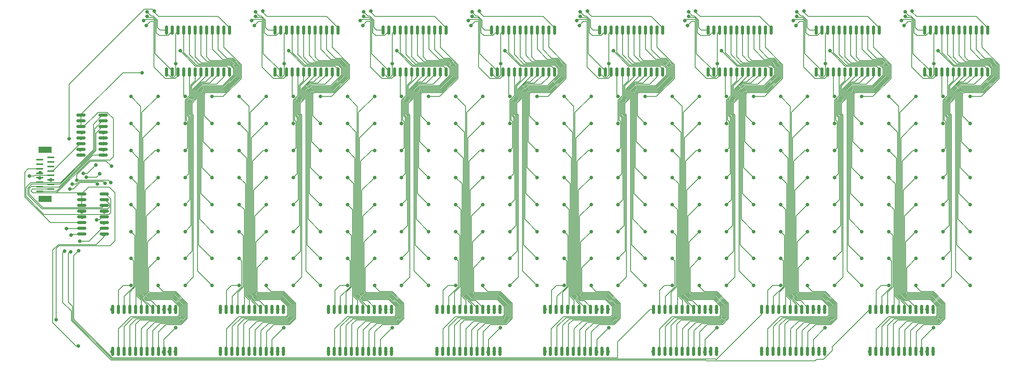
<source format=gbl>
G04 #@! TF.GenerationSoftware,KiCad,Pcbnew,6.0.8+dfsg-1~bpo11+1*
G04 #@! TF.CreationDate,2023-08-01T08:47:41-04:00*
G04 #@! TF.ProjectId,14_8x32_self_capacitance,31345f38-7833-4325-9f73-656c665f6361,rev?*
G04 #@! TF.SameCoordinates,Original*
G04 #@! TF.FileFunction,Copper,L2,Bot*
G04 #@! TF.FilePolarity,Positive*
%FSLAX46Y46*%
G04 Gerber Fmt 4.6, Leading zero omitted, Abs format (unit mm)*
G04 Created by KiCad (PCBNEW 6.0.8+dfsg-1~bpo11+1) date 2023-08-01 08:47:41*
%MOMM*%
%LPD*%
G01*
G04 APERTURE LIST*
G04 Aperture macros list*
%AMRoundRect*
0 Rectangle with rounded corners*
0 $1 Rounding radius*
0 $2 $3 $4 $5 $6 $7 $8 $9 X,Y pos of 4 corners*
0 Add a 4 corners polygon primitive as box body*
4,1,4,$2,$3,$4,$5,$6,$7,$8,$9,$2,$3,0*
0 Add four circle primitives for the rounded corners*
1,1,$1+$1,$2,$3*
1,1,$1+$1,$4,$5*
1,1,$1+$1,$6,$7*
1,1,$1+$1,$8,$9*
0 Add four rect primitives between the rounded corners*
20,1,$1+$1,$2,$3,$4,$5,0*
20,1,$1+$1,$4,$5,$6,$7,0*
20,1,$1+$1,$6,$7,$8,$9,0*
20,1,$1+$1,$8,$9,$2,$3,0*%
G04 Aperture macros list end*
G04 #@! TA.AperFunction,SMDPad,CuDef*
%ADD10RoundRect,0.150000X-0.825000X-0.150000X0.825000X-0.150000X0.825000X0.150000X-0.825000X0.150000X0*%
G04 #@! TD*
G04 #@! TA.AperFunction,SMDPad,CuDef*
%ADD11RoundRect,0.150000X0.150000X-0.875000X0.150000X0.875000X-0.150000X0.875000X-0.150000X-0.875000X0*%
G04 #@! TD*
G04 #@! TA.AperFunction,SMDPad,CuDef*
%ADD12R,1.600000X0.400000*%
G04 #@! TD*
G04 #@! TA.AperFunction,SMDPad,CuDef*
%ADD13R,2.900000X1.400000*%
G04 #@! TD*
G04 #@! TA.AperFunction,SMDPad,CuDef*
%ADD14RoundRect,0.150000X-0.150000X0.875000X-0.150000X-0.875000X0.150000X-0.875000X0.150000X0.875000X0*%
G04 #@! TD*
G04 #@! TA.AperFunction,ViaPad*
%ADD15C,0.800000*%
G04 #@! TD*
G04 #@! TA.AperFunction,Conductor*
%ADD16C,0.127000*%
G04 #@! TD*
G04 APERTURE END LIST*
D10*
X60225000Y-72745000D03*
X60225000Y-71475000D03*
X60225000Y-70205000D03*
X60225000Y-68935000D03*
X60225000Y-67665000D03*
X60225000Y-66395000D03*
X60225000Y-65125000D03*
X60225000Y-63855000D03*
X65175000Y-63855000D03*
X65175000Y-65125000D03*
X65175000Y-66395000D03*
X65175000Y-67665000D03*
X65175000Y-68935000D03*
X65175000Y-70205000D03*
X65175000Y-71475000D03*
X65175000Y-72745000D03*
D11*
X165185000Y-54250000D03*
X163915000Y-54250000D03*
X162645000Y-54250000D03*
X161375000Y-54250000D03*
X160105000Y-54250000D03*
X158835000Y-54250000D03*
X157565000Y-54250000D03*
X156295000Y-54250000D03*
X155025000Y-54250000D03*
X153755000Y-54250000D03*
X152485000Y-54250000D03*
X151215000Y-54250000D03*
X151215000Y-44950000D03*
X152485000Y-44950000D03*
X153755000Y-44950000D03*
X155025000Y-44950000D03*
X156295000Y-44950000D03*
X157565000Y-44950000D03*
X158835000Y-44950000D03*
X160105000Y-44950000D03*
X161375000Y-44950000D03*
X162645000Y-44950000D03*
X163915000Y-44950000D03*
X165185000Y-44950000D03*
D10*
X60425000Y-90245000D03*
X60425000Y-88975000D03*
X60425000Y-87705000D03*
X60425000Y-86435000D03*
X60425000Y-85165000D03*
X60425000Y-83895000D03*
X60425000Y-82625000D03*
X60425000Y-81355000D03*
X65375000Y-81355000D03*
X65375000Y-82625000D03*
X65375000Y-83895000D03*
X65375000Y-85165000D03*
X65375000Y-86435000D03*
X65375000Y-87705000D03*
X65375000Y-88975000D03*
X65375000Y-90245000D03*
D11*
X237185000Y-54250000D03*
X235915000Y-54250000D03*
X234645000Y-54250000D03*
X233375000Y-54250000D03*
X232105000Y-54250000D03*
X230835000Y-54250000D03*
X229565000Y-54250000D03*
X228295000Y-54250000D03*
X227025000Y-54250000D03*
X225755000Y-54250000D03*
X224485000Y-54250000D03*
X223215000Y-54250000D03*
X223215000Y-44950000D03*
X224485000Y-44950000D03*
X225755000Y-44950000D03*
X227025000Y-44950000D03*
X228295000Y-44950000D03*
X229565000Y-44950000D03*
X230835000Y-44950000D03*
X232105000Y-44950000D03*
X233375000Y-44950000D03*
X234645000Y-44950000D03*
X235915000Y-44950000D03*
X237185000Y-44950000D03*
X261185000Y-54250000D03*
X259915000Y-54250000D03*
X258645000Y-54250000D03*
X257375000Y-54250000D03*
X256105000Y-54250000D03*
X254835000Y-54250000D03*
X253565000Y-54250000D03*
X252295000Y-54250000D03*
X251025000Y-54250000D03*
X249755000Y-54250000D03*
X248485000Y-54250000D03*
X247215000Y-54250000D03*
X247215000Y-44950000D03*
X248485000Y-44950000D03*
X249755000Y-44950000D03*
X251025000Y-44950000D03*
X252295000Y-44950000D03*
X253565000Y-44950000D03*
X254835000Y-44950000D03*
X256105000Y-44950000D03*
X257375000Y-44950000D03*
X258645000Y-44950000D03*
X259915000Y-44950000D03*
X261185000Y-44950000D03*
X189185000Y-54250000D03*
X187915000Y-54250000D03*
X186645000Y-54250000D03*
X185375000Y-54250000D03*
X184105000Y-54250000D03*
X182835000Y-54250000D03*
X181565000Y-54250000D03*
X180295000Y-54250000D03*
X179025000Y-54250000D03*
X177755000Y-54250000D03*
X176485000Y-54250000D03*
X175215000Y-54250000D03*
X175215000Y-44950000D03*
X176485000Y-44950000D03*
X177755000Y-44950000D03*
X179025000Y-44950000D03*
X180295000Y-44950000D03*
X181565000Y-44950000D03*
X182835000Y-44950000D03*
X184105000Y-44950000D03*
X185375000Y-44950000D03*
X186645000Y-44950000D03*
X187915000Y-44950000D03*
X189185000Y-44950000D03*
D12*
X51100000Y-80750000D03*
X53500000Y-80250000D03*
X51100000Y-79750000D03*
X53500000Y-79250000D03*
X51100000Y-78750000D03*
X53500000Y-78250000D03*
X51100000Y-77750000D03*
X53500000Y-77250000D03*
X51100000Y-76750000D03*
X53500000Y-76250000D03*
X51100000Y-75750000D03*
X53500000Y-75250000D03*
X51100000Y-74750000D03*
X53500000Y-74250000D03*
X51100000Y-73750000D03*
X53500000Y-73250000D03*
D13*
X52300000Y-82450000D03*
X52300000Y-71550000D03*
D11*
X141185000Y-54250000D03*
X139915000Y-54250000D03*
X138645000Y-54250000D03*
X137375000Y-54250000D03*
X136105000Y-54250000D03*
X134835000Y-54250000D03*
X133565000Y-54250000D03*
X132295000Y-54250000D03*
X131025000Y-54250000D03*
X129755000Y-54250000D03*
X128485000Y-54250000D03*
X127215000Y-54250000D03*
X127215000Y-44950000D03*
X128485000Y-44950000D03*
X129755000Y-44950000D03*
X131025000Y-44950000D03*
X132295000Y-44950000D03*
X133565000Y-44950000D03*
X134835000Y-44950000D03*
X136105000Y-44950000D03*
X137375000Y-44950000D03*
X138645000Y-44950000D03*
X139915000Y-44950000D03*
X141185000Y-44950000D03*
D14*
X91115000Y-107050000D03*
X92385000Y-107050000D03*
X93655000Y-107050000D03*
X94925000Y-107050000D03*
X96195000Y-107050000D03*
X97465000Y-107050000D03*
X98735000Y-107050000D03*
X100005000Y-107050000D03*
X101275000Y-107050000D03*
X102545000Y-107050000D03*
X103815000Y-107050000D03*
X105085000Y-107050000D03*
X105085000Y-116350000D03*
X103815000Y-116350000D03*
X102545000Y-116350000D03*
X101275000Y-116350000D03*
X100005000Y-116350000D03*
X98735000Y-116350000D03*
X97465000Y-116350000D03*
X96195000Y-116350000D03*
X94925000Y-116350000D03*
X93655000Y-116350000D03*
X92385000Y-116350000D03*
X91115000Y-116350000D03*
X115115000Y-107050000D03*
X116385000Y-107050000D03*
X117655000Y-107050000D03*
X118925000Y-107050000D03*
X120195000Y-107050000D03*
X121465000Y-107050000D03*
X122735000Y-107050000D03*
X124005000Y-107050000D03*
X125275000Y-107050000D03*
X126545000Y-107050000D03*
X127815000Y-107050000D03*
X129085000Y-107050000D03*
X129085000Y-116350000D03*
X127815000Y-116350000D03*
X126545000Y-116350000D03*
X125275000Y-116350000D03*
X124005000Y-116350000D03*
X122735000Y-116350000D03*
X121465000Y-116350000D03*
X120195000Y-116350000D03*
X118925000Y-116350000D03*
X117655000Y-116350000D03*
X116385000Y-116350000D03*
X115115000Y-116350000D03*
X139115000Y-107050000D03*
X140385000Y-107050000D03*
X141655000Y-107050000D03*
X142925000Y-107050000D03*
X144195000Y-107050000D03*
X145465000Y-107050000D03*
X146735000Y-107050000D03*
X148005000Y-107050000D03*
X149275000Y-107050000D03*
X150545000Y-107050000D03*
X151815000Y-107050000D03*
X153085000Y-107050000D03*
X153085000Y-116350000D03*
X151815000Y-116350000D03*
X150545000Y-116350000D03*
X149275000Y-116350000D03*
X148005000Y-116350000D03*
X146735000Y-116350000D03*
X145465000Y-116350000D03*
X144195000Y-116350000D03*
X142925000Y-116350000D03*
X141655000Y-116350000D03*
X140385000Y-116350000D03*
X139115000Y-116350000D03*
X187115000Y-107050000D03*
X188385000Y-107050000D03*
X189655000Y-107050000D03*
X190925000Y-107050000D03*
X192195000Y-107050000D03*
X193465000Y-107050000D03*
X194735000Y-107050000D03*
X196005000Y-107050000D03*
X197275000Y-107050000D03*
X198545000Y-107050000D03*
X199815000Y-107050000D03*
X201085000Y-107050000D03*
X201085000Y-116350000D03*
X199815000Y-116350000D03*
X198545000Y-116350000D03*
X197275000Y-116350000D03*
X196005000Y-116350000D03*
X194735000Y-116350000D03*
X193465000Y-116350000D03*
X192195000Y-116350000D03*
X190925000Y-116350000D03*
X189655000Y-116350000D03*
X188385000Y-116350000D03*
X187115000Y-116350000D03*
D11*
X117185000Y-54250000D03*
X115915000Y-54250000D03*
X114645000Y-54250000D03*
X113375000Y-54250000D03*
X112105000Y-54250000D03*
X110835000Y-54250000D03*
X109565000Y-54250000D03*
X108295000Y-54250000D03*
X107025000Y-54250000D03*
X105755000Y-54250000D03*
X104485000Y-54250000D03*
X103215000Y-54250000D03*
X103215000Y-44950000D03*
X104485000Y-44950000D03*
X105755000Y-44950000D03*
X107025000Y-44950000D03*
X108295000Y-44950000D03*
X109565000Y-44950000D03*
X110835000Y-44950000D03*
X112105000Y-44950000D03*
X113375000Y-44950000D03*
X114645000Y-44950000D03*
X115915000Y-44950000D03*
X117185000Y-44950000D03*
D14*
X67215000Y-107050000D03*
X68485000Y-107050000D03*
X69755000Y-107050000D03*
X71025000Y-107050000D03*
X72295000Y-107050000D03*
X73565000Y-107050000D03*
X74835000Y-107050000D03*
X76105000Y-107050000D03*
X77375000Y-107050000D03*
X78645000Y-107050000D03*
X79915000Y-107050000D03*
X81185000Y-107050000D03*
X81185000Y-116350000D03*
X79915000Y-116350000D03*
X78645000Y-116350000D03*
X77375000Y-116350000D03*
X76105000Y-116350000D03*
X74835000Y-116350000D03*
X73565000Y-116350000D03*
X72295000Y-116350000D03*
X71025000Y-116350000D03*
X69755000Y-116350000D03*
X68485000Y-116350000D03*
X67215000Y-116350000D03*
D11*
X213185000Y-54250000D03*
X211915000Y-54250000D03*
X210645000Y-54250000D03*
X209375000Y-54250000D03*
X208105000Y-54250000D03*
X206835000Y-54250000D03*
X205565000Y-54250000D03*
X204295000Y-54250000D03*
X203025000Y-54250000D03*
X201755000Y-54250000D03*
X200485000Y-54250000D03*
X199215000Y-54250000D03*
X199215000Y-44950000D03*
X200485000Y-44950000D03*
X201755000Y-44950000D03*
X203025000Y-44950000D03*
X204295000Y-44950000D03*
X205565000Y-44950000D03*
X206835000Y-44950000D03*
X208105000Y-44950000D03*
X209375000Y-44950000D03*
X210645000Y-44950000D03*
X211915000Y-44950000D03*
X213185000Y-44950000D03*
D14*
X235115000Y-107050000D03*
X236385000Y-107050000D03*
X237655000Y-107050000D03*
X238925000Y-107050000D03*
X240195000Y-107050000D03*
X241465000Y-107050000D03*
X242735000Y-107050000D03*
X244005000Y-107050000D03*
X245275000Y-107050000D03*
X246545000Y-107050000D03*
X247815000Y-107050000D03*
X249085000Y-107050000D03*
X249085000Y-116350000D03*
X247815000Y-116350000D03*
X246545000Y-116350000D03*
X245275000Y-116350000D03*
X244005000Y-116350000D03*
X242735000Y-116350000D03*
X241465000Y-116350000D03*
X240195000Y-116350000D03*
X238925000Y-116350000D03*
X237655000Y-116350000D03*
X236385000Y-116350000D03*
X235115000Y-116350000D03*
D11*
X93185000Y-54250000D03*
X91915000Y-54250000D03*
X90645000Y-54250000D03*
X89375000Y-54250000D03*
X88105000Y-54250000D03*
X86835000Y-54250000D03*
X85565000Y-54250000D03*
X84295000Y-54250000D03*
X83025000Y-54250000D03*
X81755000Y-54250000D03*
X80485000Y-54250000D03*
X79215000Y-54250000D03*
X79215000Y-44950000D03*
X80485000Y-44950000D03*
X81755000Y-44950000D03*
X83025000Y-44950000D03*
X84295000Y-44950000D03*
X85565000Y-44950000D03*
X86835000Y-44950000D03*
X88105000Y-44950000D03*
X89375000Y-44950000D03*
X90645000Y-44950000D03*
X91915000Y-44950000D03*
X93185000Y-44950000D03*
D14*
X211115000Y-107050000D03*
X212385000Y-107050000D03*
X213655000Y-107050000D03*
X214925000Y-107050000D03*
X216195000Y-107050000D03*
X217465000Y-107050000D03*
X218735000Y-107050000D03*
X220005000Y-107050000D03*
X221275000Y-107050000D03*
X222545000Y-107050000D03*
X223815000Y-107050000D03*
X225085000Y-107050000D03*
X225085000Y-116350000D03*
X223815000Y-116350000D03*
X222545000Y-116350000D03*
X221275000Y-116350000D03*
X220005000Y-116350000D03*
X218735000Y-116350000D03*
X217465000Y-116350000D03*
X216195000Y-116350000D03*
X214925000Y-116350000D03*
X213655000Y-116350000D03*
X212385000Y-116350000D03*
X211115000Y-116350000D03*
X163015000Y-107050000D03*
X164285000Y-107050000D03*
X165555000Y-107050000D03*
X166825000Y-107050000D03*
X168095000Y-107050000D03*
X169365000Y-107050000D03*
X170635000Y-107050000D03*
X171905000Y-107050000D03*
X173175000Y-107050000D03*
X174445000Y-107050000D03*
X175715000Y-107050000D03*
X176985000Y-107050000D03*
X176985000Y-116350000D03*
X175715000Y-116350000D03*
X174445000Y-116350000D03*
X173175000Y-116350000D03*
X171905000Y-116350000D03*
X170635000Y-116350000D03*
X169365000Y-116350000D03*
X168095000Y-116350000D03*
X166825000Y-116350000D03*
X165555000Y-116350000D03*
X164285000Y-116350000D03*
X163015000Y-116350000D03*
D15*
X196496050Y-40703950D03*
X220496050Y-40703950D03*
X57600000Y-69100000D03*
X59659210Y-115100000D03*
X115100000Y-116400000D03*
X66800000Y-78800000D03*
X235100000Y-116400000D03*
X139100000Y-116400000D03*
X163100000Y-116400000D03*
X187100000Y-116400000D03*
X65300000Y-90400000D03*
X67100000Y-116400000D03*
X124496050Y-40703950D03*
X76496050Y-40703950D03*
X244496050Y-40703950D03*
X148496050Y-40703950D03*
X91100000Y-116400000D03*
X67000000Y-75200000D03*
X211100000Y-116400000D03*
X65155000Y-72745000D03*
X100496050Y-40703950D03*
X172496050Y-40703950D03*
X59300000Y-78300000D03*
X105200000Y-111100000D03*
X153100000Y-107000000D03*
X78500000Y-116500000D03*
X102500000Y-116500000D03*
X81100000Y-107000000D03*
X81200000Y-111100000D03*
X225100000Y-107000000D03*
X201100000Y-107000000D03*
X153264500Y-52435500D03*
X177200000Y-111100000D03*
X150500000Y-116500000D03*
X105264500Y-52435500D03*
X198500000Y-116500000D03*
X126500000Y-116500000D03*
X222500000Y-116500000D03*
X153200000Y-111100000D03*
X174500000Y-116500000D03*
X73800000Y-54400000D03*
X225200000Y-111100000D03*
X129200000Y-111100000D03*
X81264500Y-52435500D03*
X105100000Y-107000000D03*
X129100000Y-107000000D03*
X177264500Y-52435500D03*
X54700000Y-109300000D03*
X249200000Y-111100000D03*
X246500000Y-116400000D03*
X201200000Y-111100000D03*
X249100000Y-107000000D03*
X249264500Y-52435500D03*
X225264500Y-52435500D03*
X129264500Y-52435500D03*
X201264500Y-52435500D03*
X177100000Y-107000000D03*
X170700000Y-43900000D03*
X53500000Y-78200000D03*
X78600000Y-107000000D03*
X146700000Y-43900000D03*
X102600000Y-107000000D03*
X246600000Y-107000000D03*
X98700000Y-43900000D03*
X150600000Y-107000000D03*
X174600000Y-107000000D03*
X126600000Y-107000000D03*
X242700000Y-43900000D03*
X198600000Y-107000000D03*
X122700000Y-43900000D03*
X218700000Y-43900000D03*
X74700000Y-43900000D03*
X194700000Y-43900000D03*
X222600000Y-107000000D03*
X74100000Y-42800000D03*
X98100000Y-42800000D03*
X151800000Y-107000000D03*
X127800000Y-107000000D03*
X247800000Y-107000000D03*
X218100000Y-42800000D03*
X146100000Y-42800000D03*
X223800000Y-107000000D03*
X175800000Y-107000000D03*
X199800000Y-107000000D03*
X122100000Y-42800000D03*
X103800000Y-107000000D03*
X79800000Y-107000000D03*
X170100000Y-42800000D03*
X242100000Y-42800000D03*
X194100000Y-42800000D03*
X51100000Y-77800000D03*
X175800000Y-116400000D03*
X170900000Y-41900000D03*
X103800000Y-116400000D03*
X122900000Y-41900000D03*
X146900000Y-41900000D03*
X151800000Y-116400000D03*
X242900000Y-41900000D03*
X223800000Y-116400000D03*
X48800000Y-77400000D03*
X218900000Y-41900000D03*
X194900000Y-41900000D03*
X74900000Y-41900000D03*
X79800000Y-116400000D03*
X98900000Y-41900000D03*
X199800000Y-116400000D03*
X247800000Y-116400000D03*
X127800000Y-116400000D03*
X218900000Y-40900000D03*
X98900000Y-40900000D03*
X201100000Y-116400000D03*
X122900000Y-40900000D03*
X194900000Y-40900000D03*
X225100000Y-116400000D03*
X170900000Y-40900000D03*
X153100000Y-116400000D03*
X51200000Y-76600000D03*
X74900000Y-40900000D03*
X177100000Y-116400000D03*
X242900000Y-40900000D03*
X105100000Y-116400000D03*
X249100000Y-116400000D03*
X129100000Y-116400000D03*
X146900000Y-40900000D03*
X81100000Y-116400000D03*
X250245500Y-49545500D03*
X60500000Y-86500000D03*
X251300000Y-101700000D03*
X251300000Y-95700000D03*
X251300000Y-89700000D03*
X251300000Y-83700000D03*
X251300000Y-77700000D03*
X251300000Y-71700000D03*
X251300000Y-65700000D03*
X251300000Y-59700000D03*
X257300000Y-101700000D03*
X257300000Y-95700000D03*
X257300000Y-89700000D03*
X257300000Y-83700000D03*
X257300000Y-77700000D03*
X257300000Y-71700000D03*
X257300000Y-65700000D03*
X257300000Y-59700000D03*
X56600000Y-94100000D03*
X57000000Y-89100000D03*
X239300000Y-101700000D03*
X239300000Y-95700000D03*
X239300000Y-89700000D03*
X239300000Y-83700000D03*
X239300000Y-77700000D03*
X239300000Y-71700000D03*
X239300000Y-65700000D03*
X239300000Y-59700000D03*
X245300000Y-101700000D03*
X245300000Y-95700000D03*
X245300000Y-89700000D03*
X245300000Y-83700000D03*
X245300000Y-77700000D03*
X245300000Y-71700000D03*
X245300000Y-65700000D03*
X245300000Y-59700000D03*
X226245500Y-49545500D03*
X60400000Y-85300000D03*
X227300000Y-101700000D03*
X227300000Y-95700000D03*
X227300000Y-89700000D03*
X227300000Y-83700000D03*
X227300000Y-77700000D03*
X227300000Y-71700000D03*
X227300000Y-65700000D03*
X227300000Y-59700000D03*
X233300000Y-101700000D03*
X233300000Y-95700000D03*
X233300000Y-89700000D03*
X233300000Y-83700000D03*
X233300000Y-77700000D03*
X233300000Y-71700000D03*
X233300000Y-65700000D03*
X233300000Y-59700000D03*
X57900000Y-94200000D03*
X58000000Y-90500000D03*
X215300000Y-101700000D03*
X215300000Y-95700000D03*
X215300000Y-89700000D03*
X215300000Y-83700000D03*
X215300000Y-77700000D03*
X215300000Y-71700000D03*
X215300000Y-65700000D03*
X215300000Y-59700000D03*
X221300000Y-101700000D03*
X221300000Y-95700000D03*
X221300000Y-89700000D03*
X221300000Y-83700000D03*
X221300000Y-77700000D03*
X221300000Y-71700000D03*
X221300000Y-65700000D03*
X221300000Y-59700000D03*
X71300000Y-59700000D03*
X71300000Y-65700000D03*
X71300000Y-71700000D03*
X71300000Y-77700000D03*
X71300000Y-83700000D03*
X71300000Y-89700000D03*
X71300000Y-95700000D03*
X71300000Y-101700000D03*
X77300000Y-59700000D03*
X77300000Y-65700000D03*
X77300000Y-71700000D03*
X77300000Y-77700000D03*
X77300000Y-83700000D03*
X77300000Y-89700000D03*
X77300000Y-95700000D03*
X77300000Y-101700000D03*
X83300000Y-59700000D03*
X83300000Y-65700000D03*
X83300000Y-71700000D03*
X83300000Y-77700000D03*
X83300000Y-83700000D03*
X83300000Y-89700000D03*
X83300000Y-95700000D03*
X83300000Y-101700000D03*
X89300000Y-59700000D03*
X89300000Y-65700000D03*
X89300000Y-71700000D03*
X89300000Y-77700000D03*
X89300000Y-83700000D03*
X89300000Y-89700000D03*
X89300000Y-95700000D03*
X89300000Y-101700000D03*
X95300000Y-59700000D03*
X95300000Y-65700000D03*
X95300000Y-71700000D03*
X95300000Y-77700000D03*
X95300000Y-83700000D03*
X95300000Y-89700000D03*
X95300000Y-95700000D03*
X95300000Y-101700000D03*
X101300000Y-59700000D03*
X101300000Y-65700000D03*
X101300000Y-71700000D03*
X101300000Y-77700000D03*
X101300000Y-83700000D03*
X101300000Y-89700000D03*
X101300000Y-95700000D03*
X101300000Y-101700000D03*
X107300000Y-59700000D03*
X107300000Y-65700000D03*
X107300000Y-71700000D03*
X107300000Y-77700000D03*
X107300000Y-83700000D03*
X107300000Y-89700000D03*
X107300000Y-95700000D03*
X107300000Y-101700000D03*
X113300000Y-59700000D03*
X113300000Y-65700000D03*
X113300000Y-71700000D03*
X113300000Y-77700000D03*
X113300000Y-83700000D03*
X113300000Y-89700000D03*
X113300000Y-95700000D03*
X113300000Y-101700000D03*
X119300000Y-59700000D03*
X119300000Y-65700000D03*
X119300000Y-71700000D03*
X119300000Y-77700000D03*
X119300000Y-83700000D03*
X119300000Y-89700000D03*
X119300000Y-95700000D03*
X119300000Y-101700000D03*
X125300000Y-59700000D03*
X125300000Y-65700000D03*
X125300000Y-71700000D03*
X125300000Y-77700000D03*
X125300000Y-83700000D03*
X125300000Y-89700000D03*
X125300000Y-95700000D03*
X125300000Y-101700000D03*
X131300000Y-59700000D03*
X131300000Y-65700000D03*
X131300000Y-71700000D03*
X131300000Y-77700000D03*
X131300000Y-83700000D03*
X131300000Y-89700000D03*
X131300000Y-95700000D03*
X131300000Y-101700000D03*
X137300000Y-59700000D03*
X137300000Y-65700000D03*
X137300000Y-71700000D03*
X137300000Y-77700000D03*
X137300000Y-83700000D03*
X137300000Y-89700000D03*
X137300000Y-95700000D03*
X137300000Y-101700000D03*
X143300000Y-59700000D03*
X143300000Y-65700000D03*
X143300000Y-71700000D03*
X143300000Y-77700000D03*
X143300000Y-83700000D03*
X143300000Y-89700000D03*
X143300000Y-95700000D03*
X143300000Y-101700000D03*
X149300000Y-59700000D03*
X149300000Y-65700000D03*
X149300000Y-71700000D03*
X149300000Y-77700000D03*
X149300000Y-83700000D03*
X149300000Y-89700000D03*
X149300000Y-95700000D03*
X149300000Y-101700000D03*
X155300000Y-59700000D03*
X155300000Y-65700000D03*
X155300000Y-71700000D03*
X155300000Y-77700000D03*
X155300000Y-83700000D03*
X155300000Y-89700000D03*
X155300000Y-95700000D03*
X155300000Y-101700000D03*
X161300000Y-59700000D03*
X161300000Y-65700000D03*
X161300000Y-71700000D03*
X161300000Y-77700000D03*
X161300000Y-83700000D03*
X161300000Y-89700000D03*
X161300000Y-95700000D03*
X161300000Y-101700000D03*
X167300000Y-59700000D03*
X167300000Y-65700000D03*
X167300000Y-71700000D03*
X167300000Y-77700000D03*
X167300000Y-83700000D03*
X167300000Y-89700000D03*
X167300000Y-95700000D03*
X167300000Y-101700000D03*
X173300000Y-59700000D03*
X173300000Y-65700000D03*
X173300000Y-71700000D03*
X173300000Y-77700000D03*
X173300000Y-83700000D03*
X173300000Y-89700000D03*
X173300000Y-95700000D03*
X173300000Y-101700000D03*
X179300000Y-59700000D03*
X179300000Y-65700000D03*
X179300000Y-71700000D03*
X179300000Y-77700000D03*
X179300000Y-83700000D03*
X179300000Y-89700000D03*
X179300000Y-95700000D03*
X179300000Y-101700000D03*
X185300000Y-59700000D03*
X185300000Y-65700000D03*
X185300000Y-71700000D03*
X185300000Y-77700000D03*
X185300000Y-83700000D03*
X185300000Y-89700000D03*
X185300000Y-95700000D03*
X185300000Y-101700000D03*
X191300000Y-59700000D03*
X191300000Y-65700000D03*
X191300000Y-71700000D03*
X191300000Y-77700000D03*
X191300000Y-83700000D03*
X191300000Y-89700000D03*
X191300000Y-95700000D03*
X191300000Y-101700000D03*
X197300000Y-59700000D03*
X197300000Y-65700000D03*
X197300000Y-71700000D03*
X197300000Y-77700000D03*
X197300000Y-83700000D03*
X197300000Y-89700000D03*
X197300000Y-95700000D03*
X197300000Y-101700000D03*
X203300000Y-59700000D03*
X203300000Y-65700000D03*
X203300000Y-71700000D03*
X203300000Y-77700000D03*
X203300000Y-83700000D03*
X203300000Y-89700000D03*
X203300000Y-95700000D03*
X203300000Y-101700000D03*
X209300000Y-59700000D03*
X209300000Y-65700000D03*
X209300000Y-71700000D03*
X209300000Y-77700000D03*
X209300000Y-83700000D03*
X209300000Y-89700000D03*
X209300000Y-95700000D03*
X209300000Y-101700000D03*
X67100000Y-107000000D03*
X65200000Y-68900000D03*
X60700000Y-76800000D03*
X63550000Y-74950000D03*
X65400000Y-85300000D03*
X57800000Y-80300000D03*
X202245500Y-49545500D03*
X63900000Y-79200000D03*
X63700000Y-87100000D03*
X163100000Y-107000000D03*
X65300000Y-87800000D03*
X58259210Y-79200000D03*
X178245500Y-49545500D03*
X65600000Y-79000000D03*
X59700000Y-94000000D03*
X60000000Y-91900000D03*
X65200000Y-70200000D03*
X82245500Y-49545500D03*
X115100000Y-107000000D03*
X60200000Y-72700000D03*
X139100000Y-107000000D03*
X60100000Y-71500000D03*
X154245500Y-49545500D03*
X60200000Y-69000000D03*
X130245500Y-49545500D03*
X60400000Y-67700000D03*
X65200000Y-67700000D03*
X106245500Y-49545500D03*
X65200000Y-71500000D03*
X91100000Y-107000000D03*
X64400000Y-76900000D03*
X61400000Y-77600000D03*
D16*
X100496050Y-41000000D02*
X100496050Y-40703950D01*
X74300000Y-40300000D02*
X57600000Y-57000000D01*
X66300000Y-78300000D02*
X66800000Y-78800000D01*
X189185000Y-44485000D02*
X186646000Y-41946000D01*
X124496050Y-41000000D02*
X124496050Y-40703950D01*
X165185000Y-44485000D02*
X162646000Y-41946000D01*
X54800000Y-80800000D02*
X51200000Y-80800000D01*
X59659210Y-115100000D02*
X59100000Y-115100000D01*
X76496050Y-40703950D02*
X76092100Y-40300000D01*
X59300000Y-78300000D02*
X66300000Y-78300000D01*
X90646000Y-41946000D02*
X77442050Y-41946000D01*
X261185000Y-44485000D02*
X258646000Y-41946000D01*
X141185000Y-44950000D02*
X141185000Y-44485000D01*
X258646000Y-41946000D02*
X245442050Y-41946000D01*
X173442050Y-41946000D02*
X172496050Y-41000000D01*
X117185000Y-44485000D02*
X114646000Y-41946000D01*
X148496050Y-41000000D02*
X148496050Y-40703950D01*
X237185000Y-44950000D02*
X237185000Y-44485000D01*
X101442050Y-41946000D02*
X100496050Y-41000000D01*
X77442050Y-41946000D02*
X76496050Y-41000000D01*
X62855000Y-72745000D02*
X54800000Y-80800000D01*
X65155000Y-72745000D02*
X62855000Y-72745000D01*
X141185000Y-44485000D02*
X138646000Y-41946000D01*
X220496050Y-41000000D02*
X220496050Y-40703950D01*
X65300000Y-90946000D02*
X65300000Y-90400000D01*
X54000000Y-110000000D02*
X54000000Y-93840790D01*
X172496050Y-41000000D02*
X172496050Y-40703950D01*
X245442050Y-41946000D02*
X244496050Y-41000000D01*
X261185000Y-44950000D02*
X261185000Y-44485000D01*
X165185000Y-44950000D02*
X165185000Y-44485000D01*
X138646000Y-41946000D02*
X125442050Y-41946000D01*
X237185000Y-44485000D02*
X234646000Y-41946000D01*
X149442050Y-41946000D02*
X148496050Y-41000000D01*
X210646000Y-41946000D02*
X197442050Y-41946000D01*
X114646000Y-41946000D02*
X101442050Y-41946000D01*
X213185000Y-44485000D02*
X210646000Y-41946000D01*
X65175000Y-72745000D02*
X65155000Y-72745000D01*
X65854000Y-74054000D02*
X67000000Y-75200000D01*
X117185000Y-44950000D02*
X117185000Y-44485000D01*
X59100000Y-115100000D02*
X54000000Y-110000000D01*
X186646000Y-41946000D02*
X173442050Y-41946000D01*
X213185000Y-44950000D02*
X213185000Y-44485000D01*
X55194790Y-92646000D02*
X63600000Y-92646000D01*
X197442050Y-41946000D02*
X196496050Y-41000000D01*
X76496050Y-41000000D02*
X76496050Y-40703950D01*
X59300000Y-77018420D02*
X62264420Y-74054000D01*
X93185000Y-44485000D02*
X90646000Y-41946000D01*
X93185000Y-44950000D02*
X93185000Y-44485000D01*
X189185000Y-44950000D02*
X189185000Y-44485000D01*
X76092100Y-40300000D02*
X74300000Y-40300000D01*
X57600000Y-57000000D02*
X57600000Y-69100000D01*
X234646000Y-41946000D02*
X221442050Y-41946000D01*
X244496050Y-41000000D02*
X244496050Y-40703950D01*
X62264420Y-74054000D02*
X65854000Y-74054000D01*
X59300000Y-78300000D02*
X59300000Y-77018420D01*
X63600000Y-92646000D02*
X65300000Y-90946000D01*
X196496050Y-41000000D02*
X196496050Y-40703950D01*
X54000000Y-93840790D02*
X55194790Y-92646000D01*
X125442050Y-41946000D02*
X124496050Y-41000000D01*
X162646000Y-41946000D02*
X149442050Y-41946000D01*
X221442050Y-41946000D02*
X220496050Y-41000000D01*
X54700000Y-109300000D02*
X54700000Y-93500000D01*
X103215000Y-54486540D02*
X104193960Y-55465500D01*
X62159210Y-73800000D02*
X54818710Y-81140500D01*
X81264500Y-54977040D02*
X81264500Y-45735500D01*
X60225000Y-66395000D02*
X60225000Y-65125000D01*
X67800000Y-81100000D02*
X66500000Y-79800000D01*
X247215000Y-54486540D02*
X248193960Y-55465500D01*
X200193960Y-55465500D02*
X200776040Y-55465500D01*
X175215000Y-54486540D02*
X176193960Y-55465500D01*
X225264500Y-54977040D02*
X225264500Y-45735500D01*
X225264500Y-45735500D02*
X225800000Y-45200000D01*
X174600000Y-113700000D02*
X174600000Y-116100000D01*
X151215000Y-54250000D02*
X151215000Y-54486540D01*
X80776040Y-55465500D02*
X81264500Y-54977040D01*
X103215000Y-54250000D02*
X103215000Y-54486540D01*
X249264500Y-52435500D02*
X249264500Y-45735500D01*
X224193960Y-55465500D02*
X224776040Y-55465500D01*
X60425000Y-81325000D02*
X60400000Y-81300000D01*
X248776040Y-55465500D02*
X249264500Y-54977040D01*
X177264500Y-54977040D02*
X177264500Y-45735500D01*
X60805000Y-66395000D02*
X64000000Y-63200000D01*
X66570395Y-73929605D02*
X66440790Y-73800000D01*
X60425000Y-83895000D02*
X60400000Y-83870000D01*
X153200000Y-111100000D02*
X150600000Y-113700000D01*
X105264500Y-45735500D02*
X105800000Y-45200000D01*
X127215000Y-54250000D02*
X127215000Y-54486540D01*
X81200000Y-111100000D02*
X78600000Y-113700000D01*
X128193960Y-55465500D02*
X128776040Y-55465500D01*
X54659500Y-81140500D02*
X49540500Y-81140500D01*
X60225000Y-65125000D02*
X60200000Y-65100000D01*
X61900000Y-79800000D02*
X60400000Y-81300000D01*
X151215000Y-54486540D02*
X152193960Y-55465500D01*
X248193960Y-55465500D02*
X248776040Y-55465500D01*
X200776040Y-55465500D02*
X201264500Y-54977040D01*
X64000000Y-63200000D02*
X65976540Y-63200000D01*
X55300000Y-92900000D02*
X66700000Y-92900000D01*
X201264500Y-45735500D02*
X201800000Y-45200000D01*
X129264500Y-45735500D02*
X129800000Y-45200000D01*
X60200000Y-65100000D02*
X60200000Y-63800000D01*
X128776040Y-55465500D02*
X129264500Y-54977040D01*
X249264500Y-54977040D02*
X249264500Y-52435500D01*
X60425000Y-82625000D02*
X60425000Y-81325000D01*
X175215000Y-54250000D02*
X175215000Y-54486540D01*
X150600000Y-113700000D02*
X150600000Y-116100000D01*
X65976540Y-63200000D02*
X67400000Y-64623460D01*
X152193960Y-55465500D02*
X152776040Y-55465500D01*
X104776040Y-55465500D02*
X105264500Y-54977040D01*
X105264500Y-54977040D02*
X105264500Y-45735500D01*
X129264500Y-54977040D02*
X129264500Y-45735500D01*
X176776040Y-55465500D02*
X177264500Y-54977040D01*
X78600000Y-113700000D02*
X78600000Y-116100000D01*
X225200000Y-111100000D02*
X222600000Y-113700000D01*
X223215000Y-54250000D02*
X223215000Y-54486540D01*
X127215000Y-54486540D02*
X128193960Y-55465500D01*
X177264500Y-45735500D02*
X177800000Y-45200000D01*
X60400000Y-83870000D02*
X60400000Y-82600000D01*
X60100000Y-63800000D02*
X60100000Y-63900000D01*
X81264500Y-45735500D02*
X81800000Y-45200000D01*
X104193960Y-55465500D02*
X104776040Y-55465500D01*
X153264500Y-54977040D02*
X153264500Y-45735500D01*
X126600000Y-113700000D02*
X126600000Y-116100000D01*
X66440790Y-73800000D02*
X62159210Y-73800000D01*
X223215000Y-54486540D02*
X224193960Y-55465500D01*
X224776040Y-55465500D02*
X225264500Y-54977040D01*
X79215000Y-54486540D02*
X80193960Y-55465500D01*
X60210500Y-81140500D02*
X54659500Y-81140500D01*
X60425000Y-81355000D02*
X60210500Y-81140500D01*
X67800000Y-91800000D02*
X67800000Y-81100000D01*
X201200000Y-111100000D02*
X198600000Y-113700000D01*
X176193960Y-55465500D02*
X176776040Y-55465500D01*
X67400000Y-64623460D02*
X67400000Y-73100000D01*
X73800000Y-54400000D02*
X69500000Y-54400000D01*
X222600000Y-113700000D02*
X222600000Y-116100000D01*
X199215000Y-54486540D02*
X200193960Y-55465500D01*
X129200000Y-111100000D02*
X126600000Y-113700000D01*
X152776040Y-55465500D02*
X153264500Y-54977040D01*
X201264500Y-54977040D02*
X201264500Y-45735500D01*
X66500000Y-79800000D02*
X61900000Y-79800000D01*
X49100000Y-80700000D02*
X49500000Y-80300000D01*
X249264500Y-45735500D02*
X249800000Y-45200000D01*
X49540500Y-81140500D02*
X49100000Y-80700000D01*
X247215000Y-54250000D02*
X247215000Y-54486540D01*
X60225000Y-66395000D02*
X60805000Y-66395000D01*
X79215000Y-54250000D02*
X79215000Y-54486540D01*
X249200000Y-111100000D02*
X246600000Y-113700000D01*
X49500000Y-80300000D02*
X53500000Y-80300000D01*
X80193960Y-55465500D02*
X80776040Y-55465500D01*
X54818710Y-81140500D02*
X54659500Y-81140500D01*
X198600000Y-113700000D02*
X198600000Y-116100000D01*
X54700000Y-93500000D02*
X55300000Y-92900000D01*
X153264500Y-45735500D02*
X153800000Y-45200000D01*
X102600000Y-113700000D02*
X102600000Y-116100000D01*
X177200000Y-111100000D02*
X174600000Y-113700000D01*
X105200000Y-111100000D02*
X102600000Y-113700000D01*
X199215000Y-54250000D02*
X199215000Y-54486540D01*
X66700000Y-92900000D02*
X67800000Y-91800000D01*
X246600000Y-113700000D02*
X246600000Y-116100000D01*
X69500000Y-54400000D02*
X60100000Y-63800000D01*
X67400000Y-73100000D02*
X66570395Y-73929605D01*
X51159500Y-79859500D02*
X51100000Y-79800000D01*
X65175000Y-66395000D02*
X64988460Y-66395000D01*
X65375000Y-83895000D02*
X64870000Y-84400000D01*
X48700000Y-80200000D02*
X49200000Y-79700000D01*
X48700000Y-81381000D02*
X48700000Y-80200000D01*
X63500000Y-71740790D02*
X55381290Y-79859500D01*
X64988460Y-66395000D02*
X63500000Y-67883460D01*
X63500000Y-67883460D02*
X63500000Y-71740790D01*
X55381290Y-79859500D02*
X51159500Y-79859500D01*
X51719000Y-84400000D02*
X48700000Y-81381000D01*
X49200000Y-79700000D02*
X51200000Y-79700000D01*
X64870000Y-84400000D02*
X51719000Y-84400000D01*
X63246000Y-71635580D02*
X55681580Y-79200000D01*
X66120500Y-84654000D02*
X51613790Y-84654000D01*
X49300000Y-79200000D02*
X53500000Y-79200000D01*
X48446000Y-80054000D02*
X49300000Y-79200000D01*
X64988460Y-65125000D02*
X63246000Y-66867460D01*
X66540500Y-83603960D02*
X66540500Y-84234000D01*
X48446000Y-81486210D02*
X48446000Y-80054000D01*
X65561540Y-82625000D02*
X66540500Y-83603960D01*
X55681580Y-79200000D02*
X53300000Y-79200000D01*
X65375000Y-82625000D02*
X65561540Y-82625000D01*
X51613790Y-84654000D02*
X48446000Y-81486210D01*
X63246000Y-66867460D02*
X63246000Y-71635580D01*
X65175000Y-65125000D02*
X64988460Y-65125000D01*
X66540500Y-84234000D02*
X66120500Y-84654000D01*
X55722370Y-78800000D02*
X51000000Y-78800000D01*
X48000000Y-79900000D02*
X49100000Y-78800000D01*
X66800000Y-85485540D02*
X66385540Y-85900000D01*
X64988460Y-63855000D02*
X62992000Y-65851460D01*
X66800000Y-82500000D02*
X66800000Y-85485540D01*
X48000000Y-81900000D02*
X48000000Y-79900000D01*
X52000000Y-85900000D02*
X48000000Y-81900000D01*
X49100000Y-78800000D02*
X51100000Y-78800000D01*
X62992000Y-71530370D02*
X55722370Y-78800000D01*
X66385540Y-85900000D02*
X52000000Y-85900000D01*
X62992000Y-65851460D02*
X62992000Y-71530370D01*
X65375000Y-81355000D02*
X65655000Y-81355000D01*
X65175000Y-63855000D02*
X64988460Y-63855000D01*
X65655000Y-81355000D02*
X66800000Y-82500000D01*
X100300000Y-43000000D02*
X99600000Y-43000000D01*
X147600000Y-43000000D02*
X146700000Y-43900000D01*
X246919500Y-55719500D02*
X244400000Y-53200000D01*
X153700000Y-55100000D02*
X153080500Y-55719500D01*
X198919500Y-55719500D02*
X196400000Y-53200000D01*
X100400000Y-53200000D02*
X100400000Y-43100000D01*
X244400000Y-43100000D02*
X244300000Y-43000000D01*
X196300000Y-43000000D02*
X195600000Y-43000000D01*
X195600000Y-43000000D02*
X194700000Y-43900000D01*
X220300000Y-43000000D02*
X219600000Y-43000000D01*
X100400000Y-43100000D02*
X100300000Y-43000000D01*
X148400000Y-43100000D02*
X148300000Y-43000000D01*
X99600000Y-43000000D02*
X98700000Y-43900000D01*
X174919500Y-55719500D02*
X172400000Y-53200000D01*
X177700000Y-55100000D02*
X177080500Y-55719500D01*
X172400000Y-53200000D02*
X172400000Y-43100000D01*
X244300000Y-43000000D02*
X243600000Y-43000000D01*
X81700000Y-54100000D02*
X81700000Y-55100000D01*
X153080500Y-55719500D02*
X150919500Y-55719500D01*
X220400000Y-43100000D02*
X220300000Y-43000000D01*
X225700000Y-54100000D02*
X225700000Y-55100000D01*
X129700000Y-55100000D02*
X129080500Y-55719500D01*
X76300000Y-43000000D02*
X75600000Y-43000000D01*
X105700000Y-55100000D02*
X105080500Y-55719500D01*
X249080500Y-55719500D02*
X246919500Y-55719500D01*
X129700000Y-54100000D02*
X129700000Y-55100000D01*
X76400000Y-43100000D02*
X76300000Y-43000000D01*
X126919500Y-55719500D02*
X124400000Y-53200000D01*
X148400000Y-53200000D02*
X148400000Y-43100000D01*
X201700000Y-55100000D02*
X201080500Y-55719500D01*
X148300000Y-43000000D02*
X147600000Y-43000000D01*
X129080500Y-55719500D02*
X126919500Y-55719500D01*
X102919500Y-55719500D02*
X100400000Y-53200000D01*
X81080500Y-55719500D02*
X78919500Y-55719500D01*
X172400000Y-43100000D02*
X172300000Y-43000000D01*
X196400000Y-43100000D02*
X196300000Y-43000000D01*
X153700000Y-54100000D02*
X153700000Y-55100000D01*
X177700000Y-54100000D02*
X177700000Y-55100000D01*
X75600000Y-43000000D02*
X74700000Y-43900000D01*
X220400000Y-53200000D02*
X220400000Y-43100000D01*
X105700000Y-54100000D02*
X105700000Y-55100000D01*
X249700000Y-55100000D02*
X249080500Y-55719500D01*
X105080500Y-55719500D02*
X102919500Y-55719500D01*
X78919500Y-55719500D02*
X76400000Y-53200000D01*
X201700000Y-54100000D02*
X201700000Y-55100000D01*
X123600000Y-43000000D02*
X122700000Y-43900000D01*
X171600000Y-43000000D02*
X170700000Y-43900000D01*
X225700000Y-55100000D02*
X225080500Y-55719500D01*
X225080500Y-55719500D02*
X222919500Y-55719500D01*
X219600000Y-43000000D02*
X218700000Y-43900000D01*
X81700000Y-55100000D02*
X81080500Y-55719500D01*
X124300000Y-43000000D02*
X123600000Y-43000000D01*
X244400000Y-53200000D02*
X244400000Y-43100000D01*
X124400000Y-43100000D02*
X124300000Y-43000000D01*
X196400000Y-53200000D02*
X196400000Y-43100000D01*
X76400000Y-53200000D02*
X76400000Y-43100000D01*
X222919500Y-55719500D02*
X220400000Y-53200000D01*
X201080500Y-55719500D02*
X198919500Y-55719500D01*
X150919500Y-55719500D02*
X148400000Y-53200000D01*
X172300000Y-43000000D02*
X171600000Y-43000000D01*
X124400000Y-53200000D02*
X124400000Y-43100000D01*
X243600000Y-43000000D02*
X242700000Y-43900000D01*
X249700000Y-54100000D02*
X249700000Y-55100000D01*
X177080500Y-55719500D02*
X174919500Y-55719500D01*
X100654000Y-50182460D02*
X100654000Y-42954000D01*
X224485000Y-54013460D02*
X220654000Y-50182460D01*
X148654000Y-50182460D02*
X148654000Y-42954000D01*
X224485000Y-54250000D02*
X224485000Y-54013460D01*
X176485000Y-54250000D02*
X176485000Y-54013460D01*
X172654000Y-42954000D02*
X172300000Y-42600000D01*
X200485000Y-54013460D02*
X196654000Y-50182460D01*
X98300000Y-42600000D02*
X98100000Y-42800000D01*
X170300000Y-42600000D02*
X170100000Y-42800000D01*
X76300000Y-42600000D02*
X74300000Y-42600000D01*
X100654000Y-42954000D02*
X100300000Y-42600000D01*
X196300000Y-42600000D02*
X194300000Y-42600000D01*
X220654000Y-42954000D02*
X220300000Y-42600000D01*
X200485000Y-54250000D02*
X200485000Y-54013460D01*
X124654000Y-50182460D02*
X124654000Y-42954000D01*
X220300000Y-42600000D02*
X218300000Y-42600000D01*
X244300000Y-42600000D02*
X242300000Y-42600000D01*
X242300000Y-42600000D02*
X242100000Y-42800000D01*
X76654000Y-42954000D02*
X76300000Y-42600000D01*
X196654000Y-42954000D02*
X196300000Y-42600000D01*
X248485000Y-54013460D02*
X244654000Y-50182460D01*
X124300000Y-42600000D02*
X122300000Y-42600000D01*
X100300000Y-42600000D02*
X98300000Y-42600000D01*
X146300000Y-42600000D02*
X146100000Y-42800000D01*
X176485000Y-54013460D02*
X172654000Y-50182460D01*
X104485000Y-54250000D02*
X104485000Y-54013460D01*
X122300000Y-42600000D02*
X122100000Y-42800000D01*
X218300000Y-42600000D02*
X218100000Y-42800000D01*
X152485000Y-54250000D02*
X152485000Y-54013460D01*
X244654000Y-42954000D02*
X244300000Y-42600000D01*
X148300000Y-42600000D02*
X146300000Y-42600000D01*
X76654000Y-50182460D02*
X76654000Y-42954000D01*
X80485000Y-54250000D02*
X80485000Y-54013460D01*
X128485000Y-54250000D02*
X128485000Y-54013460D01*
X194300000Y-42600000D02*
X194100000Y-42800000D01*
X148654000Y-42954000D02*
X148300000Y-42600000D01*
X244654000Y-50182460D02*
X244654000Y-42954000D01*
X74300000Y-42600000D02*
X74100000Y-42800000D01*
X196654000Y-50182460D02*
X196654000Y-42954000D01*
X80485000Y-54013460D02*
X76654000Y-50182460D01*
X220654000Y-50182460D02*
X220654000Y-42954000D01*
X152485000Y-54013460D02*
X148654000Y-50182460D01*
X124654000Y-42954000D02*
X124300000Y-42600000D01*
X172300000Y-42600000D02*
X170300000Y-42600000D01*
X248485000Y-54250000D02*
X248485000Y-54013460D01*
X104485000Y-54013460D02*
X100654000Y-50182460D01*
X172654000Y-50182460D02*
X172654000Y-42954000D01*
X128485000Y-54013460D02*
X124654000Y-50182460D01*
X100259210Y-42200000D02*
X99200000Y-42200000D01*
X75200000Y-42200000D02*
X74900000Y-41900000D01*
X104485000Y-44950000D02*
X104485000Y-45186540D01*
X147200000Y-42200000D02*
X146900000Y-41900000D01*
X224485000Y-44950000D02*
X224485000Y-45186540D01*
X195200000Y-42200000D02*
X194900000Y-41900000D01*
X76259210Y-42200000D02*
X75200000Y-42200000D01*
X247506040Y-46165500D02*
X245565500Y-46165500D01*
X148908000Y-45508000D02*
X148908000Y-42848790D01*
X171200000Y-42200000D02*
X170900000Y-41900000D01*
X200485000Y-45186540D02*
X199506040Y-46165500D01*
X100908000Y-42848790D02*
X100259210Y-42200000D01*
X220908000Y-45508000D02*
X220908000Y-42848790D01*
X199506040Y-46165500D02*
X197565500Y-46165500D01*
X128485000Y-44950000D02*
X128485000Y-45186540D01*
X148908000Y-42848790D02*
X148259210Y-42200000D01*
X197565500Y-46165500D02*
X196908000Y-45508000D01*
X124908000Y-42848790D02*
X124259210Y-42200000D01*
X175506040Y-46165500D02*
X173565500Y-46165500D01*
X152485000Y-44950000D02*
X152485000Y-45186540D01*
X127506040Y-46165500D02*
X125565500Y-46165500D01*
X172908000Y-42848790D02*
X172259210Y-42200000D01*
X76908000Y-45508000D02*
X76908000Y-42848790D01*
X128485000Y-45186540D02*
X127506040Y-46165500D01*
X176485000Y-45186540D02*
X175506040Y-46165500D01*
X172908000Y-45508000D02*
X172908000Y-42848790D01*
X172259210Y-42200000D02*
X171200000Y-42200000D01*
X248485000Y-45186540D02*
X247506040Y-46165500D01*
X244259210Y-42200000D02*
X243200000Y-42200000D01*
X196908000Y-45508000D02*
X196908000Y-42848790D01*
X243200000Y-42200000D02*
X242900000Y-41900000D01*
X196259210Y-42200000D02*
X195200000Y-42200000D01*
X103506040Y-46165500D02*
X101565500Y-46165500D01*
X196908000Y-42848790D02*
X196259210Y-42200000D01*
X148259210Y-42200000D02*
X147200000Y-42200000D01*
X245565500Y-46165500D02*
X244908000Y-45508000D01*
X151506040Y-46165500D02*
X149565500Y-46165500D01*
X50000000Y-77200000D02*
X53400000Y-77200000D01*
X220259210Y-42200000D02*
X219200000Y-42200000D01*
X176485000Y-44950000D02*
X176485000Y-45186540D01*
X104485000Y-45186540D02*
X103506040Y-46165500D01*
X79506040Y-46165500D02*
X77565500Y-46165500D01*
X223506040Y-46165500D02*
X221565500Y-46165500D01*
X77565500Y-46165500D02*
X76908000Y-45508000D01*
X244908000Y-45508000D02*
X244908000Y-42848790D01*
X200485000Y-44950000D02*
X200485000Y-45186540D01*
X48800000Y-77400000D02*
X49800000Y-77400000D01*
X99200000Y-42200000D02*
X98900000Y-41900000D01*
X124908000Y-45508000D02*
X124908000Y-42848790D01*
X80485000Y-45186540D02*
X79506040Y-46165500D01*
X149565500Y-46165500D02*
X148908000Y-45508000D01*
X76908000Y-42848790D02*
X76259210Y-42200000D01*
X124259210Y-42200000D02*
X123200000Y-42200000D01*
X224485000Y-45186540D02*
X223506040Y-46165500D01*
X219200000Y-42200000D02*
X218900000Y-41900000D01*
X152485000Y-45186540D02*
X151506040Y-46165500D01*
X125565500Y-46165500D02*
X124908000Y-45508000D01*
X101565500Y-46165500D02*
X100908000Y-45508000D01*
X49800000Y-77400000D02*
X50000000Y-77200000D01*
X123200000Y-42200000D02*
X122900000Y-41900000D01*
X248485000Y-44950000D02*
X248485000Y-45186540D01*
X173565500Y-46165500D02*
X172908000Y-45508000D01*
X100908000Y-45508000D02*
X100908000Y-42848790D01*
X244908000Y-42848790D02*
X244259210Y-42200000D01*
X220908000Y-42848790D02*
X220259210Y-42200000D01*
X221565500Y-46165500D02*
X220908000Y-45508000D01*
X80485000Y-44950000D02*
X80485000Y-45186540D01*
X147800000Y-41800000D02*
X146900000Y-40900000D01*
X221750000Y-44950000D02*
X221162000Y-44362000D01*
X99800000Y-41800000D02*
X98900000Y-40900000D01*
X223215000Y-44950000D02*
X221750000Y-44950000D01*
X197750000Y-44950000D02*
X197162000Y-44362000D01*
X79215000Y-44950000D02*
X77750000Y-44950000D01*
X77162000Y-42743580D02*
X76218420Y-41800000D01*
X247215000Y-44950000D02*
X245750000Y-44950000D01*
X124218420Y-41800000D02*
X123800000Y-41800000D01*
X173750000Y-44950000D02*
X173162000Y-44362000D01*
X149750000Y-44950000D02*
X149162000Y-44362000D01*
X197162000Y-44362000D02*
X197162000Y-42743580D01*
X149162000Y-44362000D02*
X149162000Y-42743580D01*
X75800000Y-41800000D02*
X74900000Y-40900000D01*
X244218420Y-41800000D02*
X243800000Y-41800000D01*
X221162000Y-44362000D02*
X221162000Y-42743580D01*
X245162000Y-42743580D02*
X244218420Y-41800000D01*
X148218420Y-41800000D02*
X147800000Y-41800000D01*
X77750000Y-44950000D02*
X77162000Y-44362000D01*
X220218420Y-41800000D02*
X219800000Y-41800000D01*
X175215000Y-44950000D02*
X173750000Y-44950000D01*
X123800000Y-41800000D02*
X122900000Y-40900000D01*
X149162000Y-42743580D02*
X148218420Y-41800000D01*
X100218420Y-41800000D02*
X99800000Y-41800000D01*
X171800000Y-41800000D02*
X170900000Y-40900000D01*
X199215000Y-44950000D02*
X197750000Y-44950000D01*
X103215000Y-44950000D02*
X101750000Y-44950000D01*
X125162000Y-42743580D02*
X124218420Y-41800000D01*
X101162000Y-44362000D02*
X101162000Y-42743580D01*
X101750000Y-44950000D02*
X101162000Y-44362000D01*
X219800000Y-41800000D02*
X218900000Y-40900000D01*
X173162000Y-44362000D02*
X173162000Y-42743580D01*
X127215000Y-44950000D02*
X125750000Y-44950000D01*
X77162000Y-44362000D02*
X77162000Y-42743580D01*
X125750000Y-44950000D02*
X125162000Y-44362000D01*
X151215000Y-44950000D02*
X149750000Y-44950000D01*
X196218420Y-41800000D02*
X195800000Y-41800000D01*
X195800000Y-41800000D02*
X194900000Y-40900000D01*
X101162000Y-42743580D02*
X100218420Y-41800000D01*
X245162000Y-44362000D02*
X245162000Y-42743580D01*
X245750000Y-44950000D02*
X245162000Y-44362000D01*
X172218420Y-41800000D02*
X171800000Y-41800000D01*
X125162000Y-44362000D02*
X125162000Y-42743580D01*
X243800000Y-41800000D02*
X242900000Y-40900000D01*
X173162000Y-42743580D02*
X172218420Y-41800000D01*
X221162000Y-42743580D02*
X220218420Y-41800000D01*
X197162000Y-42743580D02*
X196218420Y-41800000D01*
X76218420Y-41800000D02*
X75800000Y-41800000D01*
X60225000Y-70205000D02*
X60038460Y-70205000D01*
X60038460Y-70205000D02*
X54043460Y-76200000D01*
X54043460Y-76200000D02*
X53400000Y-76200000D01*
X47746000Y-82005210D02*
X47746000Y-76554000D01*
X60425000Y-87705000D02*
X53445790Y-87705000D01*
X47746000Y-76554000D02*
X48500000Y-75800000D01*
X53445790Y-87705000D02*
X47746000Y-82005210D01*
X48500000Y-75800000D02*
X51200000Y-75800000D01*
X253654000Y-52954000D02*
X250245500Y-49545500D01*
X260554000Y-52954000D02*
X253654000Y-52954000D01*
X261185000Y-54250000D02*
X261185000Y-53585000D01*
X261185000Y-53585000D02*
X260554000Y-52954000D01*
X253819000Y-60171354D02*
X252824000Y-61166354D01*
X253160500Y-63826080D02*
X253160500Y-99839500D01*
X252824000Y-63489580D02*
X253160500Y-63826080D01*
X253160500Y-99839500D02*
X251300000Y-101700000D01*
X259915000Y-55385000D02*
X258292000Y-57008000D01*
X255169630Y-57008000D02*
X253819000Y-58358630D01*
X259915000Y-54250000D02*
X259915000Y-55385000D01*
X253819000Y-58358630D02*
X253819000Y-60171354D01*
X258292000Y-57008000D02*
X255169630Y-57008000D01*
X252824000Y-61166354D02*
X252824000Y-63489580D01*
X252570000Y-63594790D02*
X252906500Y-63931290D01*
X252906500Y-94093500D02*
X251300000Y-95700000D01*
X258645000Y-54855000D02*
X256746000Y-56754000D01*
X255064420Y-56754000D02*
X253565000Y-58253420D01*
X256746000Y-56754000D02*
X255064420Y-56754000D01*
X252570000Y-61061144D02*
X252570000Y-63594790D01*
X253565000Y-58253420D02*
X253565000Y-60066144D01*
X253565000Y-60066144D02*
X252570000Y-61061144D01*
X252906500Y-63931290D02*
X252906500Y-94093500D01*
X258645000Y-54250000D02*
X258645000Y-54855000D01*
X254959210Y-56500000D02*
X253311000Y-58148210D01*
X253311000Y-59960934D02*
X252316000Y-60955934D01*
X253311000Y-58148210D02*
X253311000Y-59960934D01*
X257375000Y-54250000D02*
X257375000Y-54925000D01*
X252652500Y-64036500D02*
X252652500Y-88347500D01*
X257375000Y-54925000D02*
X255800000Y-56500000D01*
X255800000Y-56500000D02*
X254959210Y-56500000D01*
X252652500Y-88347500D02*
X251300000Y-89700000D01*
X252316000Y-60955934D02*
X252316000Y-63700000D01*
X252316000Y-63700000D02*
X252652500Y-64036500D01*
X252062000Y-63894790D02*
X252398500Y-64231290D01*
X253057000Y-58043000D02*
X253057000Y-59855724D01*
X253057000Y-59855724D02*
X252062000Y-60850724D01*
X252398500Y-82601500D02*
X251300000Y-83700000D01*
X256105000Y-54995000D02*
X253057000Y-58043000D01*
X256105000Y-54250000D02*
X256105000Y-54995000D01*
X252062000Y-60850724D02*
X252062000Y-63894790D01*
X252398500Y-64231290D02*
X252398500Y-82601500D01*
X252144500Y-64336500D02*
X252144500Y-76855500D01*
X254835000Y-55273210D02*
X252803000Y-57305210D01*
X254835000Y-54250000D02*
X254835000Y-55273210D01*
X252144500Y-76855500D02*
X251300000Y-77700000D01*
X252803000Y-57305210D02*
X252803000Y-59750514D01*
X251808000Y-64000000D02*
X252144500Y-64336500D01*
X251808000Y-60745514D02*
X251808000Y-64000000D01*
X252803000Y-59750514D02*
X251808000Y-60745514D01*
X253565000Y-54250000D02*
X253565000Y-56184000D01*
X251890500Y-71109500D02*
X251300000Y-71700000D01*
X251554000Y-64954000D02*
X251890500Y-65290500D01*
X251890500Y-65290500D02*
X251890500Y-71109500D01*
X252549000Y-57200000D02*
X252549000Y-59645304D01*
X251554000Y-60640304D02*
X251554000Y-64954000D01*
X253565000Y-56184000D02*
X252549000Y-57200000D01*
X252549000Y-59645304D02*
X251554000Y-60640304D01*
X252295000Y-54250000D02*
X252295000Y-59540094D01*
X251300000Y-60535094D02*
X251300000Y-65700000D01*
X252295000Y-59540094D02*
X251300000Y-60535094D01*
X251025000Y-54250000D02*
X251025000Y-59425000D01*
X251025000Y-59425000D02*
X251300000Y-59700000D01*
X255236840Y-57300000D02*
X254073000Y-58463840D01*
X261300000Y-52700000D02*
X262000000Y-53400000D01*
X259641540Y-57300000D02*
X255236840Y-57300000D01*
X251025000Y-49925000D02*
X253800000Y-52700000D01*
X251025000Y-44950000D02*
X251025000Y-49925000D01*
X254073000Y-98473000D02*
X257300000Y-101700000D01*
X254073000Y-58463840D02*
X254073000Y-98473000D01*
X253800000Y-52700000D02*
X261300000Y-52700000D01*
X262000000Y-54941540D02*
X259641540Y-57300000D01*
X262000000Y-53400000D02*
X262000000Y-54941540D01*
X254327000Y-58569050D02*
X254327000Y-92727000D01*
X261405210Y-52446000D02*
X262254000Y-53294790D01*
X252295000Y-50395000D02*
X254346000Y-52446000D01*
X262254000Y-53294790D02*
X262254000Y-55046750D01*
X252295000Y-44950000D02*
X252295000Y-50395000D01*
X254346000Y-52446000D02*
X261405210Y-52446000D01*
X254327000Y-92727000D02*
X257300000Y-95700000D01*
X262254000Y-55046750D02*
X259746750Y-57554000D01*
X259746750Y-57554000D02*
X255342050Y-57554000D01*
X255342050Y-57554000D02*
X254327000Y-58569050D01*
X254581000Y-58674260D02*
X254581000Y-86981000D01*
X253565000Y-50865000D02*
X254892000Y-52192000D01*
X255447260Y-57808000D02*
X254581000Y-58674260D01*
X261510420Y-52192000D02*
X262508000Y-53189580D01*
X262508000Y-55151960D02*
X259851960Y-57808000D01*
X259851960Y-57808000D02*
X255447260Y-57808000D01*
X254892000Y-52192000D02*
X261510420Y-52192000D01*
X253565000Y-44950000D02*
X253565000Y-50865000D01*
X254581000Y-86981000D02*
X257300000Y-89700000D01*
X262508000Y-53189580D02*
X262508000Y-55151960D01*
X254835000Y-81235000D02*
X257300000Y-83700000D01*
X254835000Y-50535000D02*
X256238000Y-51938000D01*
X254835000Y-58779470D02*
X254835000Y-81235000D01*
X259957170Y-58062000D02*
X255552470Y-58062000D01*
X254835000Y-44950000D02*
X254835000Y-50535000D01*
X261615630Y-51938000D02*
X262762000Y-53084370D01*
X255552470Y-58062000D02*
X254835000Y-58779470D01*
X256238000Y-51938000D02*
X261615630Y-51938000D01*
X262762000Y-53084370D02*
X262762000Y-55257170D01*
X262762000Y-55257170D02*
X259957170Y-58062000D01*
X260062380Y-58316000D02*
X255657680Y-58316000D01*
X255089000Y-75489000D02*
X257300000Y-77700000D01*
X256105000Y-50905000D02*
X256884000Y-51684000D01*
X263016000Y-52979160D02*
X263016000Y-55362380D01*
X256105000Y-44950000D02*
X256105000Y-50905000D01*
X261720840Y-51684000D02*
X263016000Y-52979160D01*
X255657680Y-58316000D02*
X255089000Y-58884680D01*
X256884000Y-51684000D02*
X261720840Y-51684000D01*
X263016000Y-55362380D02*
X260062380Y-58316000D01*
X255089000Y-58884680D02*
X255089000Y-75489000D01*
X259630000Y-51430000D02*
X261826050Y-51430000D01*
X255343000Y-69743000D02*
X257300000Y-71700000D01*
X257375000Y-44950000D02*
X257375000Y-49175000D01*
X255343000Y-58989890D02*
X255343000Y-69743000D01*
X261826050Y-51430000D02*
X263270000Y-52873950D01*
X257375000Y-49175000D02*
X259630000Y-51430000D01*
X263270000Y-55467590D02*
X260167590Y-58570000D01*
X263270000Y-52873950D02*
X263270000Y-55467590D01*
X260167590Y-58570000D02*
X255762890Y-58570000D01*
X255762890Y-58570000D02*
X255343000Y-58989890D01*
X263524000Y-55572800D02*
X260272800Y-58824000D01*
X255597000Y-59095100D02*
X255597000Y-63997000D01*
X260272800Y-58824000D02*
X255868100Y-58824000D01*
X255597000Y-63997000D02*
X257300000Y-65700000D01*
X261931260Y-51176000D02*
X263524000Y-52768740D01*
X255868100Y-58824000D02*
X255597000Y-59095100D01*
X263524000Y-52768740D02*
X263524000Y-55572800D01*
X260576000Y-51176000D02*
X261931260Y-51176000D01*
X258645000Y-44950000D02*
X258645000Y-49245000D01*
X258645000Y-49245000D02*
X260576000Y-51176000D01*
X259915000Y-48800530D02*
X263778000Y-52663530D01*
X259915000Y-44950000D02*
X259915000Y-48800530D01*
X263778000Y-55678010D02*
X259756010Y-59700000D01*
X263778000Y-52663530D02*
X263778000Y-55678010D01*
X259756010Y-59700000D02*
X257300000Y-59700000D01*
X198800000Y-118308000D02*
X66948040Y-118308000D01*
X58092000Y-107392000D02*
X56200000Y-105500000D01*
X56200000Y-105500000D02*
X56200000Y-94500000D01*
X57000000Y-89100000D02*
X60600000Y-89100000D01*
X223300000Y-118100000D02*
X222946000Y-118454000D01*
X226800000Y-116141540D02*
X224841540Y-118100000D01*
X235100000Y-107000000D02*
X226800000Y-115300000D01*
X222946000Y-118454000D02*
X198946000Y-118454000D01*
X226800000Y-115300000D02*
X226800000Y-116141540D01*
X198946000Y-118454000D02*
X198800000Y-118308000D01*
X66948040Y-118308000D02*
X58092000Y-109451960D01*
X58092000Y-109451960D02*
X58092000Y-107392000D01*
X56200000Y-94500000D02*
X56600000Y-94100000D01*
X224841540Y-118100000D02*
X223300000Y-118100000D01*
X236500000Y-106798460D02*
X236500000Y-102800000D01*
X236500000Y-102800000D02*
X237600000Y-101700000D01*
X237600000Y-101700000D02*
X239300000Y-101700000D01*
X236485000Y-106813460D02*
X236500000Y-106798460D01*
X236485000Y-107050000D02*
X236485000Y-106813460D01*
X237755000Y-104145000D02*
X239890500Y-102009500D01*
X239890500Y-102009500D02*
X239890500Y-96290500D01*
X237755000Y-107050000D02*
X237755000Y-104145000D01*
X239890500Y-96290500D02*
X239300000Y-95700000D01*
X239025000Y-107050000D02*
X239025000Y-103234210D01*
X240200000Y-102059210D02*
X240200000Y-90600000D01*
X239025000Y-103234210D02*
X240200000Y-102059210D01*
X240200000Y-90600000D02*
X239300000Y-89700000D01*
X240454000Y-106891000D02*
X240454000Y-84854000D01*
X240295000Y-107050000D02*
X240454000Y-106891000D01*
X240454000Y-84854000D02*
X239300000Y-83700000D01*
X240708000Y-104108000D02*
X240708000Y-79108000D01*
X241565000Y-107050000D02*
X241565000Y-104965000D01*
X240708000Y-79108000D02*
X239300000Y-77700000D01*
X241565000Y-104965000D02*
X240708000Y-104108000D01*
X240962000Y-104002790D02*
X240962000Y-73362000D01*
X242835000Y-105875790D02*
X240962000Y-104002790D01*
X242835000Y-107050000D02*
X242835000Y-105875790D01*
X240962000Y-73362000D02*
X239300000Y-71700000D01*
X241216000Y-67616000D02*
X239300000Y-65700000D01*
X241216000Y-103897580D02*
X241216000Y-67616000D01*
X244105000Y-107050000D02*
X244105000Y-106786580D01*
X244105000Y-106786580D02*
X241216000Y-103897580D01*
X243800000Y-105100000D02*
X242777630Y-105100000D01*
X242777630Y-105100000D02*
X241470000Y-103792370D01*
X245375000Y-107050000D02*
X245375000Y-106675000D01*
X241470000Y-103792370D02*
X241470000Y-61870000D01*
X245375000Y-106675000D02*
X243800000Y-105100000D01*
X241470000Y-61870000D02*
X239300000Y-59700000D01*
X245375000Y-112025000D02*
X247022000Y-110378000D01*
X247022000Y-110378000D02*
X250436470Y-110378000D01*
X251778000Y-105621990D02*
X249224010Y-103068000D01*
X245300000Y-101968000D02*
X245300000Y-101700000D01*
X249224010Y-103068000D02*
X246400000Y-103068000D01*
X251778000Y-109036470D02*
X251778000Y-105621990D01*
X246400000Y-103068000D02*
X245300000Y-101968000D01*
X250436470Y-110378000D02*
X251778000Y-109036470D01*
X245375000Y-116350000D02*
X245375000Y-112025000D01*
X243514100Y-103322000D02*
X243248000Y-103055900D01*
X250331260Y-110124000D02*
X251524000Y-108931260D01*
X244105000Y-111795000D02*
X245776000Y-110124000D01*
X249118800Y-103322000D02*
X243514100Y-103322000D01*
X243248000Y-103055900D02*
X243248000Y-97752000D01*
X244105000Y-116350000D02*
X244105000Y-111795000D01*
X251524000Y-105727200D02*
X249118800Y-103322000D01*
X245776000Y-110124000D02*
X250331260Y-110124000D01*
X243248000Y-97752000D02*
X245300000Y-95700000D01*
X251524000Y-108931260D02*
X251524000Y-105727200D01*
X242835000Y-111565000D02*
X244530000Y-109870000D01*
X249013590Y-103576000D02*
X243408890Y-103576000D01*
X250226050Y-109870000D02*
X251270000Y-108826050D01*
X242994000Y-103161110D02*
X242994000Y-92006000D01*
X251270000Y-105832410D02*
X249013590Y-103576000D01*
X243408890Y-103576000D02*
X242994000Y-103161110D01*
X242994000Y-92006000D02*
X245300000Y-89700000D01*
X251270000Y-108826050D02*
X251270000Y-105832410D01*
X244530000Y-109870000D02*
X250226050Y-109870000D01*
X242835000Y-116350000D02*
X242835000Y-111565000D01*
X243284000Y-109616000D02*
X250120840Y-109616000D01*
X250120840Y-109616000D02*
X251016000Y-108720840D01*
X241565000Y-111335000D02*
X243284000Y-109616000D01*
X251016000Y-108720840D02*
X251016000Y-105937620D01*
X243303680Y-103830000D02*
X242740000Y-103266320D01*
X241565000Y-116350000D02*
X241565000Y-111335000D01*
X251016000Y-105937620D02*
X248908380Y-103830000D01*
X242740000Y-103266320D02*
X242740000Y-86260000D01*
X242740000Y-86260000D02*
X245300000Y-83700000D01*
X248908380Y-103830000D02*
X243303680Y-103830000D01*
X250762000Y-108615630D02*
X250762000Y-106042830D01*
X248803170Y-104084000D02*
X243198470Y-104084000D01*
X240295000Y-116350000D02*
X240295000Y-110305000D01*
X243198470Y-104084000D02*
X242486000Y-103371530D01*
X250015630Y-109362000D02*
X250762000Y-108615630D01*
X250762000Y-106042830D02*
X248803170Y-104084000D01*
X242486000Y-103371530D02*
X242486000Y-80514000D01*
X242486000Y-80514000D02*
X245300000Y-77700000D01*
X240295000Y-110305000D02*
X241238000Y-109362000D01*
X241238000Y-109362000D02*
X250015630Y-109362000D01*
X250508000Y-108510420D02*
X250508000Y-106148040D01*
X250508000Y-106148040D02*
X248697960Y-104338000D01*
X242232000Y-74100000D02*
X244632000Y-71700000D01*
X248697960Y-104338000D02*
X243093260Y-104338000D01*
X249910420Y-109108000D02*
X250508000Y-108510420D01*
X239025000Y-116350000D02*
X239025000Y-110575000D01*
X240492000Y-109108000D02*
X249910420Y-109108000D01*
X242232000Y-103476740D02*
X242232000Y-74100000D01*
X239025000Y-110575000D02*
X240492000Y-109108000D01*
X244632000Y-71700000D02*
X245300000Y-71700000D01*
X243093260Y-104338000D02*
X242232000Y-103476740D01*
X250254000Y-106253250D02*
X248592750Y-104592000D01*
X241978000Y-103581950D02*
X241978000Y-68900000D01*
X245178000Y-65700000D02*
X245300000Y-65700000D01*
X250254000Y-108405210D02*
X250254000Y-106253250D01*
X237755000Y-116350000D02*
X237755000Y-110845000D01*
X239746000Y-108854000D02*
X249805210Y-108854000D01*
X248592750Y-104592000D02*
X242988050Y-104592000D01*
X237755000Y-110845000D02*
X239746000Y-108854000D01*
X249805210Y-108854000D02*
X250254000Y-108405210D01*
X242988050Y-104592000D02*
X241978000Y-103581950D01*
X241978000Y-68900000D02*
X245178000Y-65700000D01*
X239200000Y-108600000D02*
X249700000Y-108600000D01*
X242882840Y-104846000D02*
X241724000Y-103687160D01*
X236485000Y-116350000D02*
X236485000Y-111315000D01*
X248487540Y-104846000D02*
X242882840Y-104846000D01*
X236485000Y-111315000D02*
X239200000Y-108600000D01*
X241724000Y-103687160D02*
X241724000Y-63276000D01*
X249700000Y-108600000D02*
X250000000Y-108300000D01*
X241724000Y-63276000D02*
X245300000Y-59700000D01*
X250000000Y-108300000D02*
X250000000Y-106358460D01*
X250000000Y-106358460D02*
X248487540Y-104846000D01*
X237185000Y-54250000D02*
X237185000Y-53585000D01*
X237185000Y-53585000D02*
X236554000Y-52954000D01*
X236554000Y-52954000D02*
X229654000Y-52954000D01*
X229654000Y-52954000D02*
X226245500Y-49545500D01*
X228824000Y-61166354D02*
X228824000Y-63489580D01*
X229819000Y-58358630D02*
X229819000Y-60171354D01*
X229160500Y-99839500D02*
X227300000Y-101700000D01*
X228824000Y-63489580D02*
X229160500Y-63826080D01*
X231169630Y-57008000D02*
X229819000Y-58358630D01*
X229819000Y-60171354D02*
X228824000Y-61166354D01*
X234292000Y-57008000D02*
X231169630Y-57008000D01*
X235915000Y-55385000D02*
X234292000Y-57008000D01*
X229160500Y-63826080D02*
X229160500Y-99839500D01*
X235915000Y-54250000D02*
X235915000Y-55385000D01*
X234645000Y-54855000D02*
X232746000Y-56754000D01*
X229565000Y-60066144D02*
X228570000Y-61061144D01*
X228906500Y-63931290D02*
X228906500Y-94093500D01*
X232746000Y-56754000D02*
X231064420Y-56754000D01*
X228906500Y-94093500D02*
X227300000Y-95700000D01*
X234645000Y-54250000D02*
X234645000Y-54855000D01*
X228570000Y-63594790D02*
X228906500Y-63931290D01*
X231064420Y-56754000D02*
X229565000Y-58253420D01*
X229565000Y-58253420D02*
X229565000Y-60066144D01*
X228570000Y-61061144D02*
X228570000Y-63594790D01*
X229311000Y-58148210D02*
X229311000Y-59960934D01*
X228652500Y-88347500D02*
X227300000Y-89700000D01*
X228652500Y-64036500D02*
X228652500Y-88347500D01*
X228316000Y-63700000D02*
X228652500Y-64036500D01*
X233375000Y-54925000D02*
X231800000Y-56500000D01*
X230959210Y-56500000D02*
X229311000Y-58148210D01*
X233375000Y-54250000D02*
X233375000Y-54925000D01*
X229311000Y-59960934D02*
X228316000Y-60955934D01*
X231800000Y-56500000D02*
X230959210Y-56500000D01*
X228316000Y-60955934D02*
X228316000Y-63700000D01*
X229057000Y-59855724D02*
X228062000Y-60850724D01*
X232105000Y-54995000D02*
X229057000Y-58043000D01*
X228398500Y-82601500D02*
X227300000Y-83700000D01*
X232105000Y-54250000D02*
X232105000Y-54995000D01*
X229057000Y-58043000D02*
X229057000Y-59855724D01*
X228062000Y-60850724D02*
X228062000Y-63894790D01*
X228398500Y-64231290D02*
X228398500Y-82601500D01*
X228062000Y-63894790D02*
X228398500Y-64231290D01*
X228144500Y-76855500D02*
X227300000Y-77700000D01*
X228803000Y-59750514D02*
X227808000Y-60745514D01*
X230835000Y-55273210D02*
X228803000Y-57305210D01*
X228144500Y-64336500D02*
X228144500Y-76855500D01*
X227808000Y-60745514D02*
X227808000Y-64000000D01*
X227808000Y-64000000D02*
X228144500Y-64336500D01*
X230835000Y-54250000D02*
X230835000Y-55273210D01*
X228803000Y-57305210D02*
X228803000Y-59750514D01*
X228549000Y-57200000D02*
X228549000Y-59645304D01*
X227554000Y-64954000D02*
X227890500Y-65290500D01*
X227890500Y-71109500D02*
X227300000Y-71700000D01*
X227890500Y-65290500D02*
X227890500Y-71109500D01*
X228549000Y-59645304D02*
X227554000Y-60640304D01*
X229565000Y-54250000D02*
X229565000Y-56184000D01*
X229565000Y-56184000D02*
X228549000Y-57200000D01*
X227554000Y-60640304D02*
X227554000Y-64954000D01*
X228295000Y-59540094D02*
X227300000Y-60535094D01*
X228295000Y-54250000D02*
X228295000Y-59540094D01*
X227300000Y-60535094D02*
X227300000Y-65700000D01*
X227025000Y-59425000D02*
X227300000Y-59700000D01*
X227025000Y-54250000D02*
X227025000Y-59425000D01*
X230073000Y-58463840D02*
X230073000Y-98473000D01*
X231236840Y-57300000D02*
X230073000Y-58463840D01*
X237300000Y-52700000D02*
X238000000Y-53400000D01*
X235641540Y-57300000D02*
X231236840Y-57300000D01*
X227025000Y-49925000D02*
X229800000Y-52700000D01*
X238000000Y-54941540D02*
X235641540Y-57300000D01*
X229800000Y-52700000D02*
X237300000Y-52700000D01*
X230073000Y-98473000D02*
X233300000Y-101700000D01*
X238000000Y-53400000D02*
X238000000Y-54941540D01*
X227025000Y-44950000D02*
X227025000Y-49925000D01*
X228295000Y-50395000D02*
X230346000Y-52446000D01*
X238254000Y-53294790D02*
X238254000Y-55046750D01*
X235746750Y-57554000D02*
X231342050Y-57554000D01*
X230327000Y-92727000D02*
X233300000Y-95700000D01*
X231342050Y-57554000D02*
X230327000Y-58569050D01*
X237405210Y-52446000D02*
X238254000Y-53294790D01*
X230327000Y-58569050D02*
X230327000Y-92727000D01*
X238254000Y-55046750D02*
X235746750Y-57554000D01*
X228295000Y-44950000D02*
X228295000Y-50395000D01*
X230346000Y-52446000D02*
X237405210Y-52446000D01*
X230581000Y-58674260D02*
X230581000Y-86981000D01*
X229565000Y-50865000D02*
X230892000Y-52192000D01*
X238508000Y-53189580D02*
X238508000Y-55151960D01*
X231447260Y-57808000D02*
X230581000Y-58674260D01*
X238508000Y-55151960D02*
X235851960Y-57808000D01*
X229565000Y-44950000D02*
X229565000Y-50865000D01*
X237510420Y-52192000D02*
X238508000Y-53189580D01*
X230892000Y-52192000D02*
X237510420Y-52192000D01*
X230581000Y-86981000D02*
X233300000Y-89700000D01*
X235851960Y-57808000D02*
X231447260Y-57808000D01*
X230835000Y-50535000D02*
X232238000Y-51938000D01*
X238762000Y-53084370D02*
X238762000Y-55257170D01*
X231552470Y-58062000D02*
X230835000Y-58779470D01*
X235957170Y-58062000D02*
X231552470Y-58062000D01*
X238762000Y-55257170D02*
X235957170Y-58062000D01*
X230835000Y-81235000D02*
X233300000Y-83700000D01*
X230835000Y-58779470D02*
X230835000Y-81235000D01*
X230835000Y-44950000D02*
X230835000Y-50535000D01*
X232238000Y-51938000D02*
X237615630Y-51938000D01*
X237615630Y-51938000D02*
X238762000Y-53084370D01*
X232884000Y-51684000D02*
X237720840Y-51684000D01*
X231657680Y-58316000D02*
X231089000Y-58884680D01*
X236062380Y-58316000D02*
X231657680Y-58316000D01*
X231089000Y-75489000D02*
X233300000Y-77700000D01*
X232105000Y-50905000D02*
X232884000Y-51684000D01*
X239016000Y-55362380D02*
X236062380Y-58316000D01*
X237720840Y-51684000D02*
X239016000Y-52979160D01*
X232105000Y-44950000D02*
X232105000Y-50905000D01*
X231089000Y-58884680D02*
X231089000Y-75489000D01*
X239016000Y-52979160D02*
X239016000Y-55362380D01*
X236167590Y-58570000D02*
X231762890Y-58570000D01*
X231343000Y-58989890D02*
X231343000Y-69743000D01*
X231343000Y-69743000D02*
X233300000Y-71700000D01*
X239270000Y-55467590D02*
X236167590Y-58570000D01*
X233375000Y-49175000D02*
X235630000Y-51430000D01*
X239270000Y-52873950D02*
X239270000Y-55467590D01*
X235630000Y-51430000D02*
X237826050Y-51430000D01*
X237826050Y-51430000D02*
X239270000Y-52873950D01*
X233375000Y-44950000D02*
X233375000Y-49175000D01*
X231762890Y-58570000D02*
X231343000Y-58989890D01*
X231597000Y-59095100D02*
X231597000Y-63997000D01*
X234645000Y-49245000D02*
X236576000Y-51176000D01*
X237931260Y-51176000D02*
X239524000Y-52768740D01*
X231868100Y-58824000D02*
X231597000Y-59095100D01*
X234645000Y-44950000D02*
X234645000Y-49245000D01*
X231597000Y-63997000D02*
X233300000Y-65700000D01*
X236272800Y-58824000D02*
X231868100Y-58824000D01*
X239524000Y-55572800D02*
X236272800Y-58824000D01*
X236576000Y-51176000D02*
X237931260Y-51176000D01*
X239524000Y-52768740D02*
X239524000Y-55572800D01*
X235756010Y-59700000D02*
X233300000Y-59700000D01*
X239778000Y-55678010D02*
X235756010Y-59700000D01*
X235915000Y-48800530D02*
X239778000Y-52663530D01*
X239778000Y-52663530D02*
X239778000Y-55678010D01*
X235915000Y-44950000D02*
X235915000Y-48800530D01*
X57400000Y-105400000D02*
X57400000Y-94600000D01*
X57400000Y-94600000D02*
X57800000Y-94200000D01*
X57800000Y-94200000D02*
X57900000Y-94200000D01*
X200854000Y-118054000D02*
X67053250Y-118054000D01*
X67053250Y-118054000D02*
X58346000Y-109346750D01*
X58000000Y-90500000D02*
X58200000Y-90300000D01*
X58346000Y-109346750D02*
X58346000Y-106346000D01*
X201000000Y-118200000D02*
X200854000Y-118054000D01*
X58346000Y-106346000D02*
X57400000Y-105400000D01*
X211115000Y-107050000D02*
X211115000Y-108085000D01*
X211115000Y-108085000D02*
X201000000Y-118200000D01*
X58200000Y-90300000D02*
X60400000Y-90300000D01*
X212500000Y-106798460D02*
X212500000Y-102800000D01*
X213600000Y-101700000D02*
X215300000Y-101700000D01*
X212485000Y-106813460D02*
X212500000Y-106798460D01*
X212485000Y-107050000D02*
X212485000Y-106813460D01*
X212500000Y-102800000D02*
X213600000Y-101700000D01*
X215890500Y-96290500D02*
X215300000Y-95700000D01*
X213755000Y-107050000D02*
X213755000Y-104145000D01*
X215890500Y-102009500D02*
X215890500Y-96290500D01*
X213755000Y-104145000D02*
X215890500Y-102009500D01*
X216200000Y-102059210D02*
X216200000Y-90600000D01*
X215025000Y-107050000D02*
X215025000Y-103234210D01*
X216200000Y-90600000D02*
X215300000Y-89700000D01*
X215025000Y-103234210D02*
X216200000Y-102059210D01*
X216454000Y-84854000D02*
X215300000Y-83700000D01*
X216454000Y-106891000D02*
X216454000Y-84854000D01*
X216295000Y-107050000D02*
X216454000Y-106891000D01*
X217565000Y-104965000D02*
X216708000Y-104108000D01*
X216708000Y-104108000D02*
X216708000Y-79108000D01*
X217565000Y-107050000D02*
X217565000Y-104965000D01*
X216708000Y-79108000D02*
X215300000Y-77700000D01*
X218835000Y-107050000D02*
X218835000Y-105875790D01*
X218835000Y-105875790D02*
X216962000Y-104002790D01*
X216962000Y-104002790D02*
X216962000Y-73362000D01*
X216962000Y-73362000D02*
X215300000Y-71700000D01*
X217216000Y-67616000D02*
X215300000Y-65700000D01*
X220105000Y-107050000D02*
X220105000Y-106786580D01*
X220105000Y-106786580D02*
X217216000Y-103897580D01*
X217216000Y-103897580D02*
X217216000Y-67616000D01*
X217470000Y-103792370D02*
X217470000Y-61870000D01*
X219800000Y-105100000D02*
X218777630Y-105100000D01*
X221375000Y-106675000D02*
X219800000Y-105100000D01*
X217470000Y-61870000D02*
X215300000Y-59700000D01*
X221375000Y-107050000D02*
X221375000Y-106675000D01*
X218777630Y-105100000D02*
X217470000Y-103792370D01*
X225224010Y-103068000D02*
X222400000Y-103068000D01*
X227778000Y-109036470D02*
X227778000Y-105621990D01*
X221300000Y-101968000D02*
X221300000Y-101700000D01*
X221375000Y-116350000D02*
X221375000Y-112025000D01*
X221375000Y-112025000D02*
X223022000Y-110378000D01*
X222400000Y-103068000D02*
X221300000Y-101968000D01*
X226436470Y-110378000D02*
X227778000Y-109036470D01*
X227778000Y-105621990D02*
X225224010Y-103068000D01*
X223022000Y-110378000D02*
X226436470Y-110378000D01*
X225118800Y-103322000D02*
X219514100Y-103322000D01*
X227524000Y-105727200D02*
X225118800Y-103322000D01*
X220105000Y-111795000D02*
X221776000Y-110124000D01*
X220105000Y-116350000D02*
X220105000Y-111795000D01*
X221776000Y-110124000D02*
X226331260Y-110124000D01*
X219248000Y-103055900D02*
X219248000Y-97752000D01*
X227524000Y-108931260D02*
X227524000Y-105727200D01*
X226331260Y-110124000D02*
X227524000Y-108931260D01*
X219248000Y-97752000D02*
X221300000Y-95700000D01*
X219514100Y-103322000D02*
X219248000Y-103055900D01*
X219408890Y-103576000D02*
X218994000Y-103161110D01*
X218994000Y-92006000D02*
X221300000Y-89700000D01*
X218835000Y-111565000D02*
X220530000Y-109870000D01*
X220530000Y-109870000D02*
X226226050Y-109870000D01*
X218994000Y-103161110D02*
X218994000Y-92006000D01*
X227270000Y-108826050D02*
X227270000Y-105832410D01*
X226226050Y-109870000D02*
X227270000Y-108826050D01*
X218835000Y-116350000D02*
X218835000Y-111565000D01*
X225013590Y-103576000D02*
X219408890Y-103576000D01*
X227270000Y-105832410D02*
X225013590Y-103576000D01*
X227016000Y-108720840D02*
X227016000Y-105937620D01*
X218740000Y-86260000D02*
X221300000Y-83700000D01*
X218740000Y-103266320D02*
X218740000Y-86260000D01*
X226120840Y-109616000D02*
X227016000Y-108720840D01*
X224908380Y-103830000D02*
X219303680Y-103830000D01*
X227016000Y-105937620D02*
X224908380Y-103830000D01*
X219284000Y-109616000D02*
X226120840Y-109616000D01*
X219303680Y-103830000D02*
X218740000Y-103266320D01*
X217565000Y-111335000D02*
X219284000Y-109616000D01*
X217565000Y-116350000D02*
X217565000Y-111335000D01*
X224803170Y-104084000D02*
X219198470Y-104084000D01*
X218486000Y-103371530D02*
X218486000Y-80514000D01*
X216295000Y-116350000D02*
X216295000Y-110305000D01*
X226762000Y-106042830D02*
X224803170Y-104084000D01*
X226015630Y-109362000D02*
X226762000Y-108615630D01*
X216295000Y-110305000D02*
X217238000Y-109362000D01*
X218486000Y-80514000D02*
X221300000Y-77700000D01*
X217238000Y-109362000D02*
X226015630Y-109362000D01*
X219198470Y-104084000D02*
X218486000Y-103371530D01*
X226762000Y-108615630D02*
X226762000Y-106042830D01*
X226508000Y-108510420D02*
X226508000Y-106148040D01*
X218232000Y-74100000D02*
X220632000Y-71700000D01*
X219093260Y-104338000D02*
X218232000Y-103476740D01*
X218232000Y-103476740D02*
X218232000Y-74100000D01*
X220632000Y-71700000D02*
X221300000Y-71700000D01*
X216492000Y-109108000D02*
X225910420Y-109108000D01*
X215025000Y-110575000D02*
X216492000Y-109108000D01*
X224697960Y-104338000D02*
X219093260Y-104338000D01*
X225910420Y-109108000D02*
X226508000Y-108510420D01*
X226508000Y-106148040D02*
X224697960Y-104338000D01*
X215025000Y-116350000D02*
X215025000Y-110575000D01*
X213755000Y-110845000D02*
X215746000Y-108854000D01*
X215746000Y-108854000D02*
X225805210Y-108854000D01*
X217978000Y-68900000D02*
X221178000Y-65700000D01*
X213755000Y-116350000D02*
X213755000Y-110845000D01*
X226254000Y-106253250D02*
X224592750Y-104592000D01*
X224592750Y-104592000D02*
X218988050Y-104592000D01*
X217978000Y-103581950D02*
X217978000Y-68900000D01*
X221178000Y-65700000D02*
X221300000Y-65700000D01*
X226254000Y-108405210D02*
X226254000Y-106253250D01*
X218988050Y-104592000D02*
X217978000Y-103581950D01*
X225805210Y-108854000D02*
X226254000Y-108405210D01*
X218882840Y-104846000D02*
X217724000Y-103687160D01*
X212485000Y-116350000D02*
X212485000Y-111315000D01*
X215200000Y-108600000D02*
X225700000Y-108600000D01*
X212485000Y-111315000D02*
X215200000Y-108600000D01*
X217724000Y-103687160D02*
X217724000Y-63276000D01*
X226000000Y-108300000D02*
X226000000Y-106358460D01*
X217724000Y-63276000D02*
X221300000Y-59700000D01*
X225700000Y-108600000D02*
X226000000Y-108300000D01*
X224487540Y-104846000D02*
X218882840Y-104846000D01*
X226000000Y-106358460D02*
X224487540Y-104846000D01*
X73470000Y-103792370D02*
X73470000Y-61870000D01*
X73470000Y-61870000D02*
X71300000Y-59700000D01*
X77375000Y-107050000D02*
X77375000Y-106675000D01*
X77375000Y-106675000D02*
X75800000Y-105100000D01*
X74777630Y-105100000D02*
X73470000Y-103792370D01*
X75800000Y-105100000D02*
X74777630Y-105100000D01*
X76105000Y-107050000D02*
X76105000Y-106786580D01*
X73216000Y-67616000D02*
X71300000Y-65700000D01*
X76105000Y-106786580D02*
X73216000Y-103897580D01*
X73216000Y-103897580D02*
X73216000Y-67616000D01*
X74835000Y-107050000D02*
X74835000Y-105875790D01*
X72962000Y-104002790D02*
X72962000Y-73362000D01*
X74835000Y-105875790D02*
X72962000Y-104002790D01*
X72962000Y-73362000D02*
X71300000Y-71700000D01*
X72708000Y-79108000D02*
X71300000Y-77700000D01*
X73565000Y-104965000D02*
X72708000Y-104108000D01*
X72708000Y-104108000D02*
X72708000Y-79108000D01*
X73565000Y-107050000D02*
X73565000Y-104965000D01*
X72454000Y-106891000D02*
X72454000Y-84854000D01*
X72454000Y-84854000D02*
X71300000Y-83700000D01*
X72295000Y-107050000D02*
X72454000Y-106891000D01*
X72200000Y-102059210D02*
X72200000Y-90600000D01*
X71025000Y-103234210D02*
X72200000Y-102059210D01*
X72200000Y-90600000D02*
X71300000Y-89700000D01*
X71025000Y-107050000D02*
X71025000Y-103234210D01*
X69755000Y-104145000D02*
X71890500Y-102009500D01*
X69755000Y-107050000D02*
X69755000Y-104145000D01*
X71890500Y-96290500D02*
X71300000Y-95700000D01*
X71890500Y-102009500D02*
X71890500Y-96290500D01*
X68485000Y-106813460D02*
X68500000Y-106798460D01*
X69600000Y-101700000D02*
X71300000Y-101700000D01*
X68500000Y-102800000D02*
X69600000Y-101700000D01*
X68485000Y-107050000D02*
X68485000Y-106813460D01*
X68500000Y-106798460D02*
X68500000Y-102800000D01*
X74882840Y-104846000D02*
X73724000Y-103687160D01*
X81700000Y-108600000D02*
X82000000Y-108300000D01*
X80487540Y-104846000D02*
X74882840Y-104846000D01*
X68485000Y-116350000D02*
X68485000Y-111315000D01*
X82000000Y-108300000D02*
X82000000Y-106358460D01*
X82000000Y-106358460D02*
X80487540Y-104846000D01*
X68485000Y-111315000D02*
X71200000Y-108600000D01*
X73724000Y-63276000D02*
X77300000Y-59700000D01*
X73724000Y-103687160D02*
X73724000Y-63276000D01*
X71200000Y-108600000D02*
X81700000Y-108600000D01*
X73978000Y-68900000D02*
X77178000Y-65700000D01*
X69755000Y-110845000D02*
X71746000Y-108854000D01*
X69755000Y-116350000D02*
X69755000Y-110845000D01*
X73978000Y-103581950D02*
X73978000Y-68900000D01*
X82254000Y-106253250D02*
X80592750Y-104592000D01*
X74988050Y-104592000D02*
X73978000Y-103581950D01*
X81805210Y-108854000D02*
X82254000Y-108405210D01*
X77178000Y-65700000D02*
X77300000Y-65700000D01*
X82254000Y-108405210D02*
X82254000Y-106253250D01*
X80592750Y-104592000D02*
X74988050Y-104592000D01*
X71746000Y-108854000D02*
X81805210Y-108854000D01*
X75093260Y-104338000D02*
X74232000Y-103476740D01*
X82508000Y-106148040D02*
X80697960Y-104338000D01*
X76632000Y-71700000D02*
X77300000Y-71700000D01*
X72492000Y-109108000D02*
X81910420Y-109108000D01*
X71025000Y-110575000D02*
X72492000Y-109108000D01*
X80697960Y-104338000D02*
X75093260Y-104338000D01*
X74232000Y-74100000D02*
X76632000Y-71700000D01*
X71025000Y-116350000D02*
X71025000Y-110575000D01*
X74232000Y-103476740D02*
X74232000Y-74100000D01*
X81910420Y-109108000D02*
X82508000Y-108510420D01*
X82508000Y-108510420D02*
X82508000Y-106148040D01*
X75198470Y-104084000D02*
X74486000Y-103371530D01*
X80803170Y-104084000D02*
X75198470Y-104084000D01*
X72295000Y-116350000D02*
X72295000Y-110305000D01*
X73238000Y-109362000D02*
X82015630Y-109362000D01*
X82015630Y-109362000D02*
X82762000Y-108615630D01*
X82762000Y-106042830D02*
X80803170Y-104084000D01*
X72295000Y-110305000D02*
X73238000Y-109362000D01*
X74486000Y-103371530D02*
X74486000Y-80514000D01*
X74486000Y-80514000D02*
X77300000Y-77700000D01*
X82762000Y-108615630D02*
X82762000Y-106042830D01*
X75303680Y-103830000D02*
X74740000Y-103266320D01*
X74740000Y-103266320D02*
X74740000Y-86260000D01*
X74740000Y-86260000D02*
X77300000Y-83700000D01*
X73565000Y-116350000D02*
X73565000Y-111335000D01*
X83016000Y-105937620D02*
X80908380Y-103830000D01*
X73565000Y-111335000D02*
X75284000Y-109616000D01*
X80908380Y-103830000D02*
X75303680Y-103830000D01*
X75284000Y-109616000D02*
X82120840Y-109616000D01*
X83016000Y-108720840D02*
X83016000Y-105937620D01*
X82120840Y-109616000D02*
X83016000Y-108720840D01*
X76530000Y-109870000D02*
X82226050Y-109870000D01*
X74835000Y-111565000D02*
X76530000Y-109870000D01*
X81013590Y-103576000D02*
X75408890Y-103576000D01*
X74994000Y-103161110D02*
X74994000Y-92006000D01*
X75408890Y-103576000D02*
X74994000Y-103161110D01*
X74835000Y-116350000D02*
X74835000Y-111565000D01*
X83270000Y-105832410D02*
X81013590Y-103576000D01*
X82226050Y-109870000D02*
X83270000Y-108826050D01*
X83270000Y-108826050D02*
X83270000Y-105832410D01*
X74994000Y-92006000D02*
X77300000Y-89700000D01*
X76105000Y-116350000D02*
X76105000Y-111795000D01*
X75248000Y-97752000D02*
X77300000Y-95700000D01*
X82331260Y-110124000D02*
X83524000Y-108931260D01*
X83524000Y-108931260D02*
X83524000Y-105727200D01*
X76105000Y-111795000D02*
X77776000Y-110124000D01*
X77776000Y-110124000D02*
X82331260Y-110124000D01*
X75248000Y-103055900D02*
X75248000Y-97752000D01*
X83524000Y-105727200D02*
X81118800Y-103322000D01*
X81118800Y-103322000D02*
X75514100Y-103322000D01*
X75514100Y-103322000D02*
X75248000Y-103055900D01*
X83778000Y-105621990D02*
X81224010Y-103068000D01*
X77375000Y-112025000D02*
X79022000Y-110378000D01*
X79022000Y-110378000D02*
X82436470Y-110378000D01*
X78400000Y-103068000D02*
X77300000Y-101968000D01*
X83778000Y-109036470D02*
X83778000Y-105621990D01*
X77300000Y-101968000D02*
X77300000Y-101700000D01*
X77375000Y-116350000D02*
X77375000Y-112025000D01*
X82436470Y-110378000D02*
X83778000Y-109036470D01*
X81224010Y-103068000D02*
X78400000Y-103068000D01*
X83025000Y-59425000D02*
X83300000Y-59700000D01*
X83025000Y-54250000D02*
X83025000Y-59425000D01*
X84295000Y-54250000D02*
X84295000Y-59540094D01*
X84295000Y-59540094D02*
X83300000Y-60535094D01*
X83300000Y-60535094D02*
X83300000Y-65700000D01*
X85565000Y-54250000D02*
X85565000Y-56184000D01*
X85565000Y-56184000D02*
X84549000Y-57200000D01*
X83890500Y-71109500D02*
X83300000Y-71700000D01*
X83554000Y-64954000D02*
X83890500Y-65290500D01*
X84549000Y-57200000D02*
X84549000Y-59645304D01*
X83890500Y-65290500D02*
X83890500Y-71109500D01*
X83554000Y-60640304D02*
X83554000Y-64954000D01*
X84549000Y-59645304D02*
X83554000Y-60640304D01*
X84144500Y-64336500D02*
X84144500Y-76855500D01*
X83808000Y-64000000D02*
X84144500Y-64336500D01*
X86835000Y-54250000D02*
X86835000Y-55273210D01*
X84803000Y-57305210D02*
X84803000Y-59750514D01*
X84803000Y-59750514D02*
X83808000Y-60745514D01*
X83808000Y-60745514D02*
X83808000Y-64000000D01*
X84144500Y-76855500D02*
X83300000Y-77700000D01*
X86835000Y-55273210D02*
X84803000Y-57305210D01*
X84062000Y-60850724D02*
X84062000Y-63894790D01*
X88105000Y-54250000D02*
X88105000Y-54995000D01*
X88105000Y-54995000D02*
X85057000Y-58043000D01*
X85057000Y-59855724D02*
X84062000Y-60850724D01*
X85057000Y-58043000D02*
X85057000Y-59855724D01*
X84398500Y-82601500D02*
X83300000Y-83700000D01*
X84062000Y-63894790D02*
X84398500Y-64231290D01*
X84398500Y-64231290D02*
X84398500Y-82601500D01*
X85311000Y-59960934D02*
X84316000Y-60955934D01*
X89375000Y-54925000D02*
X87800000Y-56500000D01*
X86959210Y-56500000D02*
X85311000Y-58148210D01*
X84652500Y-88347500D02*
X83300000Y-89700000D01*
X84652500Y-64036500D02*
X84652500Y-88347500D01*
X87800000Y-56500000D02*
X86959210Y-56500000D01*
X85311000Y-58148210D02*
X85311000Y-59960934D01*
X84316000Y-63700000D02*
X84652500Y-64036500D01*
X89375000Y-54250000D02*
X89375000Y-54925000D01*
X84316000Y-60955934D02*
X84316000Y-63700000D01*
X85565000Y-58253420D02*
X85565000Y-60066144D01*
X84906500Y-94093500D02*
X83300000Y-95700000D01*
X84570000Y-63594790D02*
X84906500Y-63931290D01*
X88746000Y-56754000D02*
X87064420Y-56754000D01*
X90645000Y-54855000D02*
X88746000Y-56754000D01*
X90645000Y-54250000D02*
X90645000Y-54855000D01*
X84570000Y-61061144D02*
X84570000Y-63594790D01*
X84906500Y-63931290D02*
X84906500Y-94093500D01*
X85565000Y-60066144D02*
X84570000Y-61061144D01*
X87064420Y-56754000D02*
X85565000Y-58253420D01*
X91915000Y-54250000D02*
X91915000Y-55385000D01*
X84824000Y-61166354D02*
X84824000Y-63489580D01*
X85819000Y-60171354D02*
X84824000Y-61166354D01*
X85819000Y-58358630D02*
X85819000Y-60171354D01*
X91915000Y-55385000D02*
X90292000Y-57008000D01*
X85160500Y-63826080D02*
X85160500Y-99839500D01*
X90292000Y-57008000D02*
X87169630Y-57008000D01*
X84824000Y-63489580D02*
X85160500Y-63826080D01*
X87169630Y-57008000D02*
X85819000Y-58358630D01*
X85160500Y-99839500D02*
X83300000Y-101700000D01*
X91915000Y-44950000D02*
X91915000Y-48800530D01*
X91756010Y-59700000D02*
X89300000Y-59700000D01*
X95778000Y-52663530D02*
X95778000Y-55678010D01*
X95778000Y-55678010D02*
X91756010Y-59700000D01*
X91915000Y-48800530D02*
X95778000Y-52663530D01*
X87868100Y-58824000D02*
X87597000Y-59095100D01*
X87597000Y-63997000D02*
X89300000Y-65700000D01*
X92272800Y-58824000D02*
X87868100Y-58824000D01*
X90645000Y-49245000D02*
X92576000Y-51176000D01*
X87597000Y-59095100D02*
X87597000Y-63997000D01*
X93931260Y-51176000D02*
X95524000Y-52768740D01*
X95524000Y-52768740D02*
X95524000Y-55572800D01*
X90645000Y-44950000D02*
X90645000Y-49245000D01*
X92576000Y-51176000D02*
X93931260Y-51176000D01*
X95524000Y-55572800D02*
X92272800Y-58824000D01*
X92167590Y-58570000D02*
X87762890Y-58570000D01*
X95270000Y-55467590D02*
X92167590Y-58570000D01*
X89375000Y-49175000D02*
X91630000Y-51430000D01*
X93826050Y-51430000D02*
X95270000Y-52873950D01*
X91630000Y-51430000D02*
X93826050Y-51430000D01*
X95270000Y-52873950D02*
X95270000Y-55467590D01*
X87762890Y-58570000D02*
X87343000Y-58989890D01*
X87343000Y-58989890D02*
X87343000Y-69743000D01*
X87343000Y-69743000D02*
X89300000Y-71700000D01*
X89375000Y-44950000D02*
X89375000Y-49175000D01*
X87089000Y-75489000D02*
X89300000Y-77700000D01*
X95016000Y-55362380D02*
X92062380Y-58316000D01*
X88105000Y-50905000D02*
X88884000Y-51684000D01*
X88105000Y-44950000D02*
X88105000Y-50905000D01*
X87089000Y-58884680D02*
X87089000Y-75489000D01*
X92062380Y-58316000D02*
X87657680Y-58316000D01*
X93720840Y-51684000D02*
X95016000Y-52979160D01*
X88884000Y-51684000D02*
X93720840Y-51684000D01*
X95016000Y-52979160D02*
X95016000Y-55362380D01*
X87657680Y-58316000D02*
X87089000Y-58884680D01*
X93615630Y-51938000D02*
X94762000Y-53084370D01*
X87552470Y-58062000D02*
X86835000Y-58779470D01*
X86835000Y-50535000D02*
X88238000Y-51938000D01*
X88238000Y-51938000D02*
X93615630Y-51938000D01*
X94762000Y-53084370D02*
X94762000Y-55257170D01*
X86835000Y-81235000D02*
X89300000Y-83700000D01*
X94762000Y-55257170D02*
X91957170Y-58062000D01*
X86835000Y-44950000D02*
X86835000Y-50535000D01*
X91957170Y-58062000D02*
X87552470Y-58062000D01*
X86835000Y-58779470D02*
X86835000Y-81235000D01*
X86581000Y-58674260D02*
X86581000Y-86981000D01*
X94508000Y-55151960D02*
X91851960Y-57808000D01*
X91851960Y-57808000D02*
X87447260Y-57808000D01*
X93510420Y-52192000D02*
X94508000Y-53189580D01*
X86892000Y-52192000D02*
X93510420Y-52192000D01*
X85565000Y-44950000D02*
X85565000Y-50865000D01*
X87447260Y-57808000D02*
X86581000Y-58674260D01*
X85565000Y-50865000D02*
X86892000Y-52192000D01*
X94508000Y-53189580D02*
X94508000Y-55151960D01*
X86581000Y-86981000D02*
X89300000Y-89700000D01*
X84295000Y-44950000D02*
X84295000Y-50395000D01*
X86346000Y-52446000D02*
X93405210Y-52446000D01*
X94254000Y-55046750D02*
X91746750Y-57554000D01*
X93405210Y-52446000D02*
X94254000Y-53294790D01*
X84295000Y-50395000D02*
X86346000Y-52446000D01*
X87342050Y-57554000D02*
X86327000Y-58569050D01*
X86327000Y-58569050D02*
X86327000Y-92727000D01*
X91746750Y-57554000D02*
X87342050Y-57554000D01*
X94254000Y-53294790D02*
X94254000Y-55046750D01*
X86327000Y-92727000D02*
X89300000Y-95700000D01*
X86073000Y-98473000D02*
X89300000Y-101700000D01*
X86073000Y-58463840D02*
X86073000Y-98473000D01*
X94000000Y-53400000D02*
X94000000Y-54941540D01*
X93300000Y-52700000D02*
X94000000Y-53400000D01*
X85800000Y-52700000D02*
X93300000Y-52700000D01*
X87236840Y-57300000D02*
X86073000Y-58463840D01*
X91641540Y-57300000D02*
X87236840Y-57300000D01*
X94000000Y-54941540D02*
X91641540Y-57300000D01*
X83025000Y-44950000D02*
X83025000Y-49925000D01*
X83025000Y-49925000D02*
X85800000Y-52700000D01*
X101375000Y-106675000D02*
X99800000Y-105100000D01*
X97470000Y-61870000D02*
X95300000Y-59700000D01*
X99800000Y-105100000D02*
X98777630Y-105100000D01*
X98777630Y-105100000D02*
X97470000Y-103792370D01*
X97470000Y-103792370D02*
X97470000Y-61870000D01*
X101375000Y-107050000D02*
X101375000Y-106675000D01*
X100105000Y-107050000D02*
X100105000Y-106786580D01*
X100105000Y-106786580D02*
X97216000Y-103897580D01*
X97216000Y-67616000D02*
X95300000Y-65700000D01*
X97216000Y-103897580D02*
X97216000Y-67616000D01*
X96962000Y-104002790D02*
X96962000Y-73362000D01*
X98835000Y-105875790D02*
X96962000Y-104002790D01*
X98835000Y-107050000D02*
X98835000Y-105875790D01*
X96962000Y-73362000D02*
X95300000Y-71700000D01*
X96708000Y-104108000D02*
X96708000Y-79108000D01*
X96708000Y-79108000D02*
X95300000Y-77700000D01*
X97565000Y-107050000D02*
X97565000Y-104965000D01*
X97565000Y-104965000D02*
X96708000Y-104108000D01*
X96454000Y-106891000D02*
X96454000Y-84854000D01*
X96454000Y-84854000D02*
X95300000Y-83700000D01*
X96295000Y-107050000D02*
X96454000Y-106891000D01*
X95025000Y-103234210D02*
X96200000Y-102059210D01*
X96200000Y-90600000D02*
X95300000Y-89700000D01*
X96200000Y-102059210D02*
X96200000Y-90600000D01*
X95025000Y-107050000D02*
X95025000Y-103234210D01*
X95890500Y-102009500D02*
X95890500Y-96290500D01*
X95890500Y-96290500D02*
X95300000Y-95700000D01*
X93755000Y-104145000D02*
X95890500Y-102009500D01*
X93755000Y-107050000D02*
X93755000Y-104145000D01*
X92500000Y-106798460D02*
X92500000Y-102800000D01*
X93600000Y-101700000D02*
X95300000Y-101700000D01*
X92500000Y-102800000D02*
X93600000Y-101700000D01*
X92485000Y-107050000D02*
X92485000Y-106813460D01*
X92485000Y-106813460D02*
X92500000Y-106798460D01*
X106000000Y-108300000D02*
X106000000Y-106358460D01*
X98882840Y-104846000D02*
X97724000Y-103687160D01*
X92485000Y-111315000D02*
X95200000Y-108600000D01*
X97724000Y-63276000D02*
X101300000Y-59700000D01*
X95200000Y-108600000D02*
X105700000Y-108600000D01*
X97724000Y-103687160D02*
X97724000Y-63276000D01*
X105700000Y-108600000D02*
X106000000Y-108300000D01*
X106000000Y-106358460D02*
X104487540Y-104846000D01*
X104487540Y-104846000D02*
X98882840Y-104846000D01*
X92485000Y-116350000D02*
X92485000Y-111315000D01*
X97978000Y-68900000D02*
X101178000Y-65700000D01*
X106254000Y-108405210D02*
X106254000Y-106253250D01*
X98988050Y-104592000D02*
X97978000Y-103581950D01*
X97978000Y-103581950D02*
X97978000Y-68900000D01*
X106254000Y-106253250D02*
X104592750Y-104592000D01*
X93755000Y-110845000D02*
X95746000Y-108854000D01*
X104592750Y-104592000D02*
X98988050Y-104592000D01*
X95746000Y-108854000D02*
X105805210Y-108854000D01*
X105805210Y-108854000D02*
X106254000Y-108405210D01*
X101178000Y-65700000D02*
X101300000Y-65700000D01*
X93755000Y-116350000D02*
X93755000Y-110845000D01*
X99093260Y-104338000D02*
X98232000Y-103476740D01*
X106508000Y-108510420D02*
X106508000Y-106148040D01*
X98232000Y-103476740D02*
X98232000Y-74100000D01*
X95025000Y-110575000D02*
X96492000Y-109108000D01*
X106508000Y-106148040D02*
X104697960Y-104338000D01*
X104697960Y-104338000D02*
X99093260Y-104338000D01*
X105910420Y-109108000D02*
X106508000Y-108510420D01*
X95025000Y-116350000D02*
X95025000Y-110575000D01*
X96492000Y-109108000D02*
X105910420Y-109108000D01*
X98232000Y-74100000D02*
X100632000Y-71700000D01*
X100632000Y-71700000D02*
X101300000Y-71700000D01*
X96295000Y-110305000D02*
X97238000Y-109362000D01*
X106015630Y-109362000D02*
X106762000Y-108615630D01*
X98486000Y-80514000D02*
X101300000Y-77700000D01*
X106762000Y-108615630D02*
X106762000Y-106042830D01*
X97238000Y-109362000D02*
X106015630Y-109362000D01*
X106762000Y-106042830D02*
X104803170Y-104084000D01*
X98486000Y-103371530D02*
X98486000Y-80514000D01*
X104803170Y-104084000D02*
X99198470Y-104084000D01*
X99198470Y-104084000D02*
X98486000Y-103371530D01*
X96295000Y-116350000D02*
X96295000Y-110305000D01*
X107016000Y-105937620D02*
X104908380Y-103830000D01*
X99303680Y-103830000D02*
X98740000Y-103266320D01*
X98740000Y-103266320D02*
X98740000Y-86260000D01*
X97565000Y-111335000D02*
X99284000Y-109616000D01*
X106120840Y-109616000D02*
X107016000Y-108720840D01*
X107016000Y-108720840D02*
X107016000Y-105937620D01*
X97565000Y-116350000D02*
X97565000Y-111335000D01*
X104908380Y-103830000D02*
X99303680Y-103830000D01*
X98740000Y-86260000D02*
X101300000Y-83700000D01*
X99284000Y-109616000D02*
X106120840Y-109616000D01*
X105013590Y-103576000D02*
X99408890Y-103576000D01*
X107270000Y-105832410D02*
X105013590Y-103576000D01*
X98835000Y-111565000D02*
X100530000Y-109870000D01*
X107270000Y-108826050D02*
X107270000Y-105832410D01*
X106226050Y-109870000D02*
X107270000Y-108826050D01*
X98994000Y-103161110D02*
X98994000Y-92006000D01*
X99408890Y-103576000D02*
X98994000Y-103161110D01*
X98994000Y-92006000D02*
X101300000Y-89700000D01*
X98835000Y-116350000D02*
X98835000Y-111565000D01*
X100530000Y-109870000D02*
X106226050Y-109870000D01*
X105118800Y-103322000D02*
X99514100Y-103322000D01*
X107524000Y-108931260D02*
X107524000Y-105727200D01*
X99248000Y-103055900D02*
X99248000Y-97752000D01*
X99248000Y-97752000D02*
X101300000Y-95700000D01*
X106331260Y-110124000D02*
X107524000Y-108931260D01*
X100105000Y-111795000D02*
X101776000Y-110124000D01*
X99514100Y-103322000D02*
X99248000Y-103055900D01*
X107524000Y-105727200D02*
X105118800Y-103322000D01*
X100105000Y-116350000D02*
X100105000Y-111795000D01*
X101776000Y-110124000D02*
X106331260Y-110124000D01*
X106436470Y-110378000D02*
X107778000Y-109036470D01*
X107778000Y-105621990D02*
X105224010Y-103068000D01*
X101375000Y-116350000D02*
X101375000Y-112025000D01*
X101300000Y-101968000D02*
X101300000Y-101700000D01*
X105224010Y-103068000D02*
X102400000Y-103068000D01*
X103022000Y-110378000D02*
X106436470Y-110378000D01*
X101375000Y-112025000D02*
X103022000Y-110378000D01*
X107778000Y-109036470D02*
X107778000Y-105621990D01*
X102400000Y-103068000D02*
X101300000Y-101968000D01*
X107025000Y-59425000D02*
X107300000Y-59700000D01*
X107025000Y-54250000D02*
X107025000Y-59425000D01*
X108295000Y-59540094D02*
X107300000Y-60535094D01*
X107300000Y-60535094D02*
X107300000Y-65700000D01*
X108295000Y-54250000D02*
X108295000Y-59540094D01*
X107554000Y-60640304D02*
X107554000Y-64954000D01*
X109565000Y-56184000D02*
X108549000Y-57200000D01*
X107554000Y-64954000D02*
X107890500Y-65290500D01*
X107890500Y-65290500D02*
X107890500Y-71109500D01*
X109565000Y-54250000D02*
X109565000Y-56184000D01*
X108549000Y-59645304D02*
X107554000Y-60640304D01*
X108549000Y-57200000D02*
X108549000Y-59645304D01*
X107890500Y-71109500D02*
X107300000Y-71700000D01*
X108803000Y-57305210D02*
X108803000Y-59750514D01*
X107808000Y-64000000D02*
X108144500Y-64336500D01*
X110835000Y-55273210D02*
X108803000Y-57305210D01*
X107808000Y-60745514D02*
X107808000Y-64000000D01*
X108144500Y-76855500D02*
X107300000Y-77700000D01*
X108803000Y-59750514D02*
X107808000Y-60745514D01*
X110835000Y-54250000D02*
X110835000Y-55273210D01*
X108144500Y-64336500D02*
X108144500Y-76855500D01*
X112105000Y-54995000D02*
X109057000Y-58043000D01*
X109057000Y-58043000D02*
X109057000Y-59855724D01*
X109057000Y-59855724D02*
X108062000Y-60850724D01*
X108398500Y-64231290D02*
X108398500Y-82601500D01*
X108398500Y-82601500D02*
X107300000Y-83700000D01*
X108062000Y-63894790D02*
X108398500Y-64231290D01*
X112105000Y-54250000D02*
X112105000Y-54995000D01*
X108062000Y-60850724D02*
X108062000Y-63894790D01*
X109311000Y-58148210D02*
X109311000Y-59960934D01*
X110959210Y-56500000D02*
X109311000Y-58148210D01*
X109311000Y-59960934D02*
X108316000Y-60955934D01*
X108316000Y-60955934D02*
X108316000Y-63700000D01*
X111800000Y-56500000D02*
X110959210Y-56500000D01*
X108652500Y-64036500D02*
X108652500Y-88347500D01*
X108316000Y-63700000D02*
X108652500Y-64036500D01*
X113375000Y-54925000D02*
X111800000Y-56500000D01*
X113375000Y-54250000D02*
X113375000Y-54925000D01*
X108652500Y-88347500D02*
X107300000Y-89700000D01*
X112746000Y-56754000D02*
X111064420Y-56754000D01*
X108570000Y-61061144D02*
X108570000Y-63594790D01*
X108906500Y-63931290D02*
X108906500Y-94093500D01*
X108570000Y-63594790D02*
X108906500Y-63931290D01*
X109565000Y-58253420D02*
X109565000Y-60066144D01*
X109565000Y-60066144D02*
X108570000Y-61061144D01*
X114645000Y-54855000D02*
X112746000Y-56754000D01*
X108906500Y-94093500D02*
X107300000Y-95700000D01*
X111064420Y-56754000D02*
X109565000Y-58253420D01*
X114645000Y-54250000D02*
X114645000Y-54855000D01*
X109160500Y-63826080D02*
X109160500Y-99839500D01*
X109819000Y-60171354D02*
X108824000Y-61166354D01*
X114292000Y-57008000D02*
X111169630Y-57008000D01*
X115915000Y-54250000D02*
X115915000Y-55385000D01*
X108824000Y-61166354D02*
X108824000Y-63489580D01*
X108824000Y-63489580D02*
X109160500Y-63826080D01*
X115915000Y-55385000D02*
X114292000Y-57008000D01*
X109160500Y-99839500D02*
X107300000Y-101700000D01*
X109819000Y-58358630D02*
X109819000Y-60171354D01*
X111169630Y-57008000D02*
X109819000Y-58358630D01*
X119778000Y-55678010D02*
X115756010Y-59700000D01*
X115915000Y-48800530D02*
X119778000Y-52663530D01*
X119778000Y-52663530D02*
X119778000Y-55678010D01*
X115756010Y-59700000D02*
X113300000Y-59700000D01*
X115915000Y-44950000D02*
X115915000Y-48800530D01*
X111868100Y-58824000D02*
X111597000Y-59095100D01*
X119524000Y-55572800D02*
X116272800Y-58824000D01*
X116576000Y-51176000D02*
X117931260Y-51176000D01*
X111597000Y-63997000D02*
X113300000Y-65700000D01*
X116272800Y-58824000D02*
X111868100Y-58824000D01*
X119524000Y-52768740D02*
X119524000Y-55572800D01*
X117931260Y-51176000D02*
X119524000Y-52768740D01*
X114645000Y-44950000D02*
X114645000Y-49245000D01*
X114645000Y-49245000D02*
X116576000Y-51176000D01*
X111597000Y-59095100D02*
X111597000Y-63997000D01*
X115630000Y-51430000D02*
X117826050Y-51430000D01*
X111762890Y-58570000D02*
X111343000Y-58989890D01*
X117826050Y-51430000D02*
X119270000Y-52873950D01*
X113375000Y-44950000D02*
X113375000Y-49175000D01*
X111343000Y-69743000D02*
X113300000Y-71700000D01*
X119270000Y-52873950D02*
X119270000Y-55467590D01*
X113375000Y-49175000D02*
X115630000Y-51430000D01*
X111343000Y-58989890D02*
X111343000Y-69743000D01*
X119270000Y-55467590D02*
X116167590Y-58570000D01*
X116167590Y-58570000D02*
X111762890Y-58570000D01*
X117720840Y-51684000D02*
X119016000Y-52979160D01*
X112105000Y-50905000D02*
X112884000Y-51684000D01*
X119016000Y-52979160D02*
X119016000Y-55362380D01*
X112884000Y-51684000D02*
X117720840Y-51684000D01*
X111089000Y-58884680D02*
X111089000Y-75489000D01*
X112105000Y-44950000D02*
X112105000Y-50905000D01*
X116062380Y-58316000D02*
X111657680Y-58316000D01*
X111089000Y-75489000D02*
X113300000Y-77700000D01*
X119016000Y-55362380D02*
X116062380Y-58316000D01*
X111657680Y-58316000D02*
X111089000Y-58884680D01*
X112238000Y-51938000D02*
X117615630Y-51938000D01*
X115957170Y-58062000D02*
X111552470Y-58062000D01*
X117615630Y-51938000D02*
X118762000Y-53084370D01*
X118762000Y-53084370D02*
X118762000Y-55257170D01*
X110835000Y-50535000D02*
X112238000Y-51938000D01*
X110835000Y-81235000D02*
X113300000Y-83700000D01*
X118762000Y-55257170D02*
X115957170Y-58062000D01*
X110835000Y-58779470D02*
X110835000Y-81235000D01*
X111552470Y-58062000D02*
X110835000Y-58779470D01*
X110835000Y-44950000D02*
X110835000Y-50535000D01*
X110581000Y-58674260D02*
X110581000Y-86981000D01*
X117510420Y-52192000D02*
X118508000Y-53189580D01*
X118508000Y-55151960D02*
X115851960Y-57808000D01*
X109565000Y-50865000D02*
X110892000Y-52192000D01*
X111447260Y-57808000D02*
X110581000Y-58674260D01*
X110581000Y-86981000D02*
X113300000Y-89700000D01*
X115851960Y-57808000D02*
X111447260Y-57808000D01*
X109565000Y-44950000D02*
X109565000Y-50865000D01*
X110892000Y-52192000D02*
X117510420Y-52192000D01*
X118508000Y-53189580D02*
X118508000Y-55151960D01*
X110346000Y-52446000D02*
X117405210Y-52446000D01*
X115746750Y-57554000D02*
X111342050Y-57554000D01*
X110327000Y-58569050D02*
X110327000Y-92727000D01*
X108295000Y-44950000D02*
X108295000Y-50395000D01*
X108295000Y-50395000D02*
X110346000Y-52446000D01*
X118254000Y-53294790D02*
X118254000Y-55046750D01*
X110327000Y-92727000D02*
X113300000Y-95700000D01*
X117405210Y-52446000D02*
X118254000Y-53294790D01*
X111342050Y-57554000D02*
X110327000Y-58569050D01*
X118254000Y-55046750D02*
X115746750Y-57554000D01*
X109800000Y-52700000D02*
X117300000Y-52700000D01*
X115641540Y-57300000D02*
X111236840Y-57300000D01*
X107025000Y-49925000D02*
X109800000Y-52700000D01*
X110073000Y-98473000D02*
X113300000Y-101700000D01*
X118000000Y-53400000D02*
X118000000Y-54941540D01*
X111236840Y-57300000D02*
X110073000Y-58463840D01*
X118000000Y-54941540D02*
X115641540Y-57300000D01*
X110073000Y-58463840D02*
X110073000Y-98473000D01*
X107025000Y-44950000D02*
X107025000Y-49925000D01*
X117300000Y-52700000D02*
X118000000Y-53400000D01*
X123800000Y-105100000D02*
X122777630Y-105100000D01*
X125375000Y-106675000D02*
X123800000Y-105100000D01*
X125375000Y-107050000D02*
X125375000Y-106675000D01*
X121470000Y-103792370D02*
X121470000Y-61870000D01*
X122777630Y-105100000D02*
X121470000Y-103792370D01*
X121470000Y-61870000D02*
X119300000Y-59700000D01*
X121216000Y-103897580D02*
X121216000Y-67616000D01*
X124105000Y-106786580D02*
X121216000Y-103897580D01*
X124105000Y-107050000D02*
X124105000Y-106786580D01*
X121216000Y-67616000D02*
X119300000Y-65700000D01*
X120962000Y-73362000D02*
X119300000Y-71700000D01*
X120962000Y-104002790D02*
X120962000Y-73362000D01*
X122835000Y-105875790D02*
X120962000Y-104002790D01*
X122835000Y-107050000D02*
X122835000Y-105875790D01*
X120708000Y-79108000D02*
X119300000Y-77700000D01*
X120708000Y-104108000D02*
X120708000Y-79108000D01*
X121565000Y-107050000D02*
X121565000Y-104965000D01*
X121565000Y-104965000D02*
X120708000Y-104108000D01*
X120454000Y-84854000D02*
X119300000Y-83700000D01*
X120454000Y-106891000D02*
X120454000Y-84854000D01*
X120295000Y-107050000D02*
X120454000Y-106891000D01*
X119025000Y-103234210D02*
X120200000Y-102059210D01*
X120200000Y-90600000D02*
X119300000Y-89700000D01*
X120200000Y-102059210D02*
X120200000Y-90600000D01*
X119025000Y-107050000D02*
X119025000Y-103234210D01*
X119890500Y-102009500D02*
X119890500Y-96290500D01*
X117755000Y-107050000D02*
X117755000Y-104145000D01*
X119890500Y-96290500D02*
X119300000Y-95700000D01*
X117755000Y-104145000D02*
X119890500Y-102009500D01*
X116485000Y-107050000D02*
X116485000Y-106813460D01*
X116500000Y-102800000D02*
X117600000Y-101700000D01*
X117600000Y-101700000D02*
X119300000Y-101700000D01*
X116485000Y-106813460D02*
X116500000Y-106798460D01*
X116500000Y-106798460D02*
X116500000Y-102800000D01*
X129700000Y-108600000D02*
X130000000Y-108300000D01*
X121724000Y-103687160D02*
X121724000Y-63276000D01*
X116485000Y-116350000D02*
X116485000Y-111315000D01*
X121724000Y-63276000D02*
X125300000Y-59700000D01*
X122882840Y-104846000D02*
X121724000Y-103687160D01*
X119200000Y-108600000D02*
X129700000Y-108600000D01*
X130000000Y-108300000D02*
X130000000Y-106358460D01*
X128487540Y-104846000D02*
X122882840Y-104846000D01*
X130000000Y-106358460D02*
X128487540Y-104846000D01*
X116485000Y-111315000D02*
X119200000Y-108600000D01*
X130254000Y-106253250D02*
X128592750Y-104592000D01*
X121978000Y-68900000D02*
X125178000Y-65700000D01*
X117755000Y-116350000D02*
X117755000Y-110845000D01*
X119746000Y-108854000D02*
X129805210Y-108854000D01*
X121978000Y-103581950D02*
X121978000Y-68900000D01*
X129805210Y-108854000D02*
X130254000Y-108405210D01*
X122988050Y-104592000D02*
X121978000Y-103581950D01*
X125178000Y-65700000D02*
X125300000Y-65700000D01*
X117755000Y-110845000D02*
X119746000Y-108854000D01*
X128592750Y-104592000D02*
X122988050Y-104592000D01*
X130254000Y-108405210D02*
X130254000Y-106253250D01*
X123093260Y-104338000D02*
X122232000Y-103476740D01*
X119025000Y-116350000D02*
X119025000Y-110575000D01*
X120492000Y-109108000D02*
X129910420Y-109108000D01*
X130508000Y-108510420D02*
X130508000Y-106148040D01*
X122232000Y-103476740D02*
X122232000Y-74100000D01*
X128697960Y-104338000D02*
X123093260Y-104338000D01*
X119025000Y-110575000D02*
X120492000Y-109108000D01*
X129910420Y-109108000D02*
X130508000Y-108510420D01*
X122232000Y-74100000D02*
X124632000Y-71700000D01*
X130508000Y-106148040D02*
X128697960Y-104338000D01*
X124632000Y-71700000D02*
X125300000Y-71700000D01*
X120295000Y-116350000D02*
X120295000Y-110305000D01*
X123198470Y-104084000D02*
X122486000Y-103371530D01*
X130015630Y-109362000D02*
X130762000Y-108615630D01*
X122486000Y-103371530D02*
X122486000Y-80514000D01*
X121238000Y-109362000D02*
X130015630Y-109362000D01*
X122486000Y-80514000D02*
X125300000Y-77700000D01*
X130762000Y-108615630D02*
X130762000Y-106042830D01*
X128803170Y-104084000D02*
X123198470Y-104084000D01*
X130762000Y-106042830D02*
X128803170Y-104084000D01*
X120295000Y-110305000D02*
X121238000Y-109362000D01*
X122740000Y-103266320D02*
X122740000Y-86260000D01*
X121565000Y-111335000D02*
X123284000Y-109616000D01*
X121565000Y-116350000D02*
X121565000Y-111335000D01*
X123303680Y-103830000D02*
X122740000Y-103266320D01*
X131016000Y-108720840D02*
X131016000Y-105937620D01*
X128908380Y-103830000D02*
X123303680Y-103830000D01*
X123284000Y-109616000D02*
X130120840Y-109616000D01*
X131016000Y-105937620D02*
X128908380Y-103830000D01*
X122740000Y-86260000D02*
X125300000Y-83700000D01*
X130120840Y-109616000D02*
X131016000Y-108720840D01*
X123408890Y-103576000D02*
X122994000Y-103161110D01*
X122835000Y-116350000D02*
X122835000Y-111565000D01*
X124530000Y-109870000D02*
X130226050Y-109870000D01*
X122835000Y-111565000D02*
X124530000Y-109870000D01*
X130226050Y-109870000D02*
X131270000Y-108826050D01*
X122994000Y-92006000D02*
X125300000Y-89700000D01*
X131270000Y-105832410D02*
X129013590Y-103576000D01*
X131270000Y-108826050D02*
X131270000Y-105832410D01*
X129013590Y-103576000D02*
X123408890Y-103576000D01*
X122994000Y-103161110D02*
X122994000Y-92006000D01*
X124105000Y-116350000D02*
X124105000Y-111795000D01*
X124105000Y-111795000D02*
X125776000Y-110124000D01*
X130331260Y-110124000D02*
X131524000Y-108931260D01*
X129118800Y-103322000D02*
X123514100Y-103322000D01*
X123248000Y-97752000D02*
X125300000Y-95700000D01*
X131524000Y-108931260D02*
X131524000Y-105727200D01*
X125776000Y-110124000D02*
X130331260Y-110124000D01*
X123514100Y-103322000D02*
X123248000Y-103055900D01*
X123248000Y-103055900D02*
X123248000Y-97752000D01*
X131524000Y-105727200D02*
X129118800Y-103322000D01*
X126400000Y-103068000D02*
X125300000Y-101968000D01*
X127022000Y-110378000D02*
X130436470Y-110378000D01*
X125375000Y-112025000D02*
X127022000Y-110378000D01*
X129224010Y-103068000D02*
X126400000Y-103068000D01*
X125375000Y-116350000D02*
X125375000Y-112025000D01*
X125300000Y-101968000D02*
X125300000Y-101700000D01*
X131778000Y-109036470D02*
X131778000Y-105621990D01*
X131778000Y-105621990D02*
X129224010Y-103068000D01*
X130436470Y-110378000D02*
X131778000Y-109036470D01*
X131025000Y-54250000D02*
X131025000Y-59425000D01*
X131025000Y-59425000D02*
X131300000Y-59700000D01*
X131300000Y-60535094D02*
X131300000Y-65700000D01*
X132295000Y-54250000D02*
X132295000Y-59540094D01*
X132295000Y-59540094D02*
X131300000Y-60535094D01*
X132549000Y-59645304D02*
X131554000Y-60640304D01*
X131890500Y-71109500D02*
X131300000Y-71700000D01*
X131554000Y-64954000D02*
X131890500Y-65290500D01*
X131890500Y-65290500D02*
X131890500Y-71109500D01*
X133565000Y-56184000D02*
X132549000Y-57200000D01*
X131554000Y-60640304D02*
X131554000Y-64954000D01*
X132549000Y-57200000D02*
X132549000Y-59645304D01*
X133565000Y-54250000D02*
X133565000Y-56184000D01*
X132803000Y-59750514D02*
X131808000Y-60745514D01*
X131808000Y-64000000D02*
X132144500Y-64336500D01*
X132803000Y-57305210D02*
X132803000Y-59750514D01*
X134835000Y-54250000D02*
X134835000Y-55273210D01*
X132144500Y-64336500D02*
X132144500Y-76855500D01*
X134835000Y-55273210D02*
X132803000Y-57305210D01*
X131808000Y-60745514D02*
X131808000Y-64000000D01*
X132144500Y-76855500D02*
X131300000Y-77700000D01*
X133057000Y-59855724D02*
X132062000Y-60850724D01*
X136105000Y-54995000D02*
X133057000Y-58043000D01*
X132062000Y-60850724D02*
X132062000Y-63894790D01*
X136105000Y-54250000D02*
X136105000Y-54995000D01*
X132398500Y-64231290D02*
X132398500Y-82601500D01*
X133057000Y-58043000D02*
X133057000Y-59855724D01*
X132062000Y-63894790D02*
X132398500Y-64231290D01*
X132398500Y-82601500D02*
X131300000Y-83700000D01*
X137375000Y-54250000D02*
X137375000Y-54925000D01*
X132652500Y-88347500D02*
X131300000Y-89700000D01*
X132652500Y-64036500D02*
X132652500Y-88347500D01*
X133311000Y-59960934D02*
X132316000Y-60955934D01*
X133311000Y-58148210D02*
X133311000Y-59960934D01*
X137375000Y-54925000D02*
X135800000Y-56500000D01*
X132316000Y-60955934D02*
X132316000Y-63700000D01*
X134959210Y-56500000D02*
X133311000Y-58148210D01*
X132316000Y-63700000D02*
X132652500Y-64036500D01*
X135800000Y-56500000D02*
X134959210Y-56500000D01*
X132906500Y-63931290D02*
X132906500Y-94093500D01*
X133565000Y-60066144D02*
X132570000Y-61061144D01*
X133565000Y-58253420D02*
X133565000Y-60066144D01*
X135064420Y-56754000D02*
X133565000Y-58253420D01*
X138645000Y-54855000D02*
X136746000Y-56754000D01*
X138645000Y-54250000D02*
X138645000Y-54855000D01*
X132570000Y-63594790D02*
X132906500Y-63931290D01*
X132570000Y-61061144D02*
X132570000Y-63594790D01*
X136746000Y-56754000D02*
X135064420Y-56754000D01*
X132906500Y-94093500D02*
X131300000Y-95700000D01*
X135169630Y-57008000D02*
X133819000Y-58358630D01*
X132824000Y-63489580D02*
X133160500Y-63826080D01*
X138292000Y-57008000D02*
X135169630Y-57008000D01*
X133160500Y-63826080D02*
X133160500Y-99839500D01*
X139915000Y-55385000D02*
X138292000Y-57008000D01*
X133819000Y-58358630D02*
X133819000Y-60171354D01*
X132824000Y-61166354D02*
X132824000Y-63489580D01*
X133160500Y-99839500D02*
X131300000Y-101700000D01*
X139915000Y-54250000D02*
X139915000Y-55385000D01*
X133819000Y-60171354D02*
X132824000Y-61166354D01*
X139915000Y-48800530D02*
X143778000Y-52663530D01*
X143778000Y-55678010D02*
X139756010Y-59700000D01*
X143778000Y-52663530D02*
X143778000Y-55678010D01*
X139915000Y-44950000D02*
X139915000Y-48800530D01*
X139756010Y-59700000D02*
X137300000Y-59700000D01*
X140272800Y-58824000D02*
X135868100Y-58824000D01*
X135868100Y-58824000D02*
X135597000Y-59095100D01*
X135597000Y-63997000D02*
X137300000Y-65700000D01*
X135597000Y-59095100D02*
X135597000Y-63997000D01*
X140576000Y-51176000D02*
X141931260Y-51176000D01*
X138645000Y-49245000D02*
X140576000Y-51176000D01*
X141931260Y-51176000D02*
X143524000Y-52768740D01*
X143524000Y-52768740D02*
X143524000Y-55572800D01*
X143524000Y-55572800D02*
X140272800Y-58824000D01*
X138645000Y-44950000D02*
X138645000Y-49245000D01*
X143270000Y-55467590D02*
X140167590Y-58570000D01*
X135343000Y-58989890D02*
X135343000Y-69743000D01*
X140167590Y-58570000D02*
X135762890Y-58570000D01*
X135762890Y-58570000D02*
X135343000Y-58989890D01*
X139630000Y-51430000D02*
X141826050Y-51430000D01*
X143270000Y-52873950D02*
X143270000Y-55467590D01*
X137375000Y-49175000D02*
X139630000Y-51430000D01*
X141826050Y-51430000D02*
X143270000Y-52873950D01*
X135343000Y-69743000D02*
X137300000Y-71700000D01*
X137375000Y-44950000D02*
X137375000Y-49175000D01*
X136105000Y-50905000D02*
X136884000Y-51684000D01*
X135089000Y-58884680D02*
X135089000Y-75489000D01*
X143016000Y-55362380D02*
X140062380Y-58316000D01*
X140062380Y-58316000D02*
X135657680Y-58316000D01*
X135089000Y-75489000D02*
X137300000Y-77700000D01*
X135657680Y-58316000D02*
X135089000Y-58884680D01*
X136105000Y-44950000D02*
X136105000Y-50905000D01*
X136884000Y-51684000D02*
X141720840Y-51684000D01*
X143016000Y-52979160D02*
X143016000Y-55362380D01*
X141720840Y-51684000D02*
X143016000Y-52979160D01*
X134835000Y-58779470D02*
X134835000Y-81235000D01*
X135552470Y-58062000D02*
X134835000Y-58779470D01*
X134835000Y-50535000D02*
X136238000Y-51938000D01*
X136238000Y-51938000D02*
X141615630Y-51938000D01*
X142762000Y-55257170D02*
X139957170Y-58062000D01*
X142762000Y-53084370D02*
X142762000Y-55257170D01*
X134835000Y-81235000D02*
X137300000Y-83700000D01*
X141615630Y-51938000D02*
X142762000Y-53084370D01*
X139957170Y-58062000D02*
X135552470Y-58062000D01*
X134835000Y-44950000D02*
X134835000Y-50535000D01*
X139851960Y-57808000D02*
X135447260Y-57808000D01*
X141510420Y-52192000D02*
X142508000Y-53189580D01*
X134581000Y-86981000D02*
X137300000Y-89700000D01*
X133565000Y-50865000D02*
X134892000Y-52192000D01*
X133565000Y-44950000D02*
X133565000Y-50865000D01*
X134892000Y-52192000D02*
X141510420Y-52192000D01*
X134581000Y-58674260D02*
X134581000Y-86981000D01*
X135447260Y-57808000D02*
X134581000Y-58674260D01*
X142508000Y-55151960D02*
X139851960Y-57808000D01*
X142508000Y-53189580D02*
X142508000Y-55151960D01*
X134327000Y-58569050D02*
X134327000Y-92727000D01*
X134327000Y-92727000D02*
X137300000Y-95700000D01*
X141405210Y-52446000D02*
X142254000Y-53294790D01*
X132295000Y-44950000D02*
X132295000Y-50395000D01*
X132295000Y-50395000D02*
X134346000Y-52446000D01*
X134346000Y-52446000D02*
X141405210Y-52446000D01*
X142254000Y-55046750D02*
X139746750Y-57554000D01*
X142254000Y-53294790D02*
X142254000Y-55046750D01*
X139746750Y-57554000D02*
X135342050Y-57554000D01*
X135342050Y-57554000D02*
X134327000Y-58569050D01*
X133800000Y-52700000D02*
X141300000Y-52700000D01*
X131025000Y-49925000D02*
X133800000Y-52700000D01*
X142000000Y-54941540D02*
X139641540Y-57300000D01*
X141300000Y-52700000D02*
X142000000Y-53400000D01*
X134073000Y-58463840D02*
X134073000Y-98473000D01*
X142000000Y-53400000D02*
X142000000Y-54941540D01*
X131025000Y-44950000D02*
X131025000Y-49925000D01*
X139641540Y-57300000D02*
X135236840Y-57300000D01*
X135236840Y-57300000D02*
X134073000Y-58463840D01*
X134073000Y-98473000D02*
X137300000Y-101700000D01*
X145470000Y-103792370D02*
X145470000Y-61870000D01*
X149375000Y-106675000D02*
X147800000Y-105100000D01*
X145470000Y-61870000D02*
X143300000Y-59700000D01*
X146777630Y-105100000D02*
X145470000Y-103792370D01*
X149375000Y-107050000D02*
X149375000Y-106675000D01*
X147800000Y-105100000D02*
X146777630Y-105100000D01*
X148105000Y-107050000D02*
X148105000Y-106786580D01*
X145216000Y-103897580D02*
X145216000Y-67616000D01*
X145216000Y-67616000D02*
X143300000Y-65700000D01*
X148105000Y-106786580D02*
X145216000Y-103897580D01*
X146835000Y-107050000D02*
X146835000Y-105875790D01*
X144962000Y-73362000D02*
X143300000Y-71700000D01*
X144962000Y-104002790D02*
X144962000Y-73362000D01*
X146835000Y-105875790D02*
X144962000Y-104002790D01*
X145565000Y-104965000D02*
X144708000Y-104108000D01*
X144708000Y-104108000D02*
X144708000Y-79108000D01*
X144708000Y-79108000D02*
X143300000Y-77700000D01*
X145565000Y-107050000D02*
X145565000Y-104965000D01*
X144295000Y-107050000D02*
X144454000Y-106891000D01*
X144454000Y-84854000D02*
X143300000Y-83700000D01*
X144454000Y-106891000D02*
X144454000Y-84854000D01*
X143025000Y-103234210D02*
X144200000Y-102059210D01*
X144200000Y-102059210D02*
X144200000Y-90600000D01*
X144200000Y-90600000D02*
X143300000Y-89700000D01*
X143025000Y-107050000D02*
X143025000Y-103234210D01*
X143890500Y-96290500D02*
X143300000Y-95700000D01*
X141755000Y-104145000D02*
X143890500Y-102009500D01*
X141755000Y-107050000D02*
X141755000Y-104145000D01*
X143890500Y-102009500D02*
X143890500Y-96290500D01*
X141600000Y-101700000D02*
X143300000Y-101700000D01*
X140500000Y-102800000D02*
X141600000Y-101700000D01*
X140500000Y-106798460D02*
X140500000Y-102800000D01*
X140485000Y-106813460D02*
X140500000Y-106798460D01*
X140485000Y-107050000D02*
X140485000Y-106813460D01*
X153700000Y-108600000D02*
X154000000Y-108300000D01*
X145724000Y-63276000D02*
X149300000Y-59700000D01*
X140485000Y-111315000D02*
X143200000Y-108600000D01*
X140485000Y-116350000D02*
X140485000Y-111315000D01*
X145724000Y-103687160D02*
X145724000Y-63276000D01*
X154000000Y-106358460D02*
X152487540Y-104846000D01*
X146882840Y-104846000D02*
X145724000Y-103687160D01*
X143200000Y-108600000D02*
X153700000Y-108600000D01*
X152487540Y-104846000D02*
X146882840Y-104846000D01*
X154000000Y-108300000D02*
X154000000Y-106358460D01*
X154254000Y-106253250D02*
X152592750Y-104592000D01*
X145978000Y-68900000D02*
X149178000Y-65700000D01*
X153805210Y-108854000D02*
X154254000Y-108405210D01*
X146988050Y-104592000D02*
X145978000Y-103581950D01*
X149178000Y-65700000D02*
X149300000Y-65700000D01*
X152592750Y-104592000D02*
X146988050Y-104592000D01*
X154254000Y-108405210D02*
X154254000Y-106253250D01*
X145978000Y-103581950D02*
X145978000Y-68900000D01*
X141755000Y-116350000D02*
X141755000Y-110845000D01*
X143746000Y-108854000D02*
X153805210Y-108854000D01*
X141755000Y-110845000D02*
X143746000Y-108854000D01*
X146232000Y-74100000D02*
X148632000Y-71700000D01*
X144492000Y-109108000D02*
X153910420Y-109108000D01*
X154508000Y-108510420D02*
X154508000Y-106148040D01*
X146232000Y-103476740D02*
X146232000Y-74100000D01*
X153910420Y-109108000D02*
X154508000Y-108510420D01*
X152697960Y-104338000D02*
X147093260Y-104338000D01*
X154508000Y-106148040D02*
X152697960Y-104338000D01*
X143025000Y-116350000D02*
X143025000Y-110575000D01*
X147093260Y-104338000D02*
X146232000Y-103476740D01*
X148632000Y-71700000D02*
X149300000Y-71700000D01*
X143025000Y-110575000D02*
X144492000Y-109108000D01*
X154762000Y-106042830D02*
X152803170Y-104084000D01*
X154762000Y-108615630D02*
X154762000Y-106042830D01*
X154015630Y-109362000D02*
X154762000Y-108615630D01*
X146486000Y-80514000D02*
X149300000Y-77700000D01*
X145238000Y-109362000D02*
X154015630Y-109362000D01*
X144295000Y-110305000D02*
X145238000Y-109362000D01*
X152803170Y-104084000D02*
X147198470Y-104084000D01*
X147198470Y-104084000D02*
X146486000Y-103371530D01*
X146486000Y-103371530D02*
X146486000Y-80514000D01*
X144295000Y-116350000D02*
X144295000Y-110305000D01*
X147303680Y-103830000D02*
X146740000Y-103266320D01*
X145565000Y-111335000D02*
X147284000Y-109616000D01*
X154120840Y-109616000D02*
X155016000Y-108720840D01*
X155016000Y-105937620D02*
X152908380Y-103830000D01*
X152908380Y-103830000D02*
X147303680Y-103830000D01*
X146740000Y-103266320D02*
X146740000Y-86260000D01*
X147284000Y-109616000D02*
X154120840Y-109616000D01*
X145565000Y-116350000D02*
X145565000Y-111335000D01*
X146740000Y-86260000D02*
X149300000Y-83700000D01*
X155016000Y-108720840D02*
X155016000Y-105937620D01*
X146835000Y-116350000D02*
X146835000Y-111565000D01*
X147408890Y-103576000D02*
X146994000Y-103161110D01*
X146994000Y-103161110D02*
X146994000Y-92006000D01*
X155270000Y-108826050D02*
X155270000Y-105832410D01*
X153013590Y-103576000D02*
X147408890Y-103576000D01*
X148530000Y-109870000D02*
X154226050Y-109870000D01*
X146994000Y-92006000D02*
X149300000Y-89700000D01*
X154226050Y-109870000D02*
X155270000Y-108826050D01*
X155270000Y-105832410D02*
X153013590Y-103576000D01*
X146835000Y-111565000D02*
X148530000Y-109870000D01*
X147514100Y-103322000D02*
X147248000Y-103055900D01*
X154331260Y-110124000D02*
X155524000Y-108931260D01*
X148105000Y-116350000D02*
X148105000Y-111795000D01*
X155524000Y-108931260D02*
X155524000Y-105727200D01*
X153118800Y-103322000D02*
X147514100Y-103322000D01*
X148105000Y-111795000D02*
X149776000Y-110124000D01*
X155524000Y-105727200D02*
X153118800Y-103322000D01*
X147248000Y-103055900D02*
X147248000Y-97752000D01*
X149776000Y-110124000D02*
X154331260Y-110124000D01*
X147248000Y-97752000D02*
X149300000Y-95700000D01*
X154436470Y-110378000D02*
X155778000Y-109036470D01*
X149375000Y-116350000D02*
X149375000Y-112025000D01*
X150400000Y-103068000D02*
X149300000Y-101968000D01*
X149375000Y-112025000D02*
X151022000Y-110378000D01*
X149300000Y-101968000D02*
X149300000Y-101700000D01*
X155778000Y-105621990D02*
X153224010Y-103068000D01*
X151022000Y-110378000D02*
X154436470Y-110378000D01*
X153224010Y-103068000D02*
X150400000Y-103068000D01*
X155778000Y-109036470D02*
X155778000Y-105621990D01*
X155025000Y-54250000D02*
X155025000Y-59425000D01*
X155025000Y-59425000D02*
X155300000Y-59700000D01*
X155300000Y-60535094D02*
X155300000Y-65700000D01*
X156295000Y-54250000D02*
X156295000Y-59540094D01*
X156295000Y-59540094D02*
X155300000Y-60535094D01*
X155890500Y-65290500D02*
X155890500Y-71109500D01*
X155890500Y-71109500D02*
X155300000Y-71700000D01*
X156549000Y-57200000D02*
X156549000Y-59645304D01*
X157565000Y-56184000D02*
X156549000Y-57200000D01*
X155554000Y-64954000D02*
X155890500Y-65290500D01*
X156549000Y-59645304D02*
X155554000Y-60640304D01*
X157565000Y-54250000D02*
X157565000Y-56184000D01*
X155554000Y-60640304D02*
X155554000Y-64954000D01*
X155808000Y-60745514D02*
X155808000Y-64000000D01*
X156803000Y-57305210D02*
X156803000Y-59750514D01*
X156803000Y-59750514D02*
X155808000Y-60745514D01*
X156144500Y-64336500D02*
X156144500Y-76855500D01*
X158835000Y-55273210D02*
X156803000Y-57305210D01*
X156144500Y-76855500D02*
X155300000Y-77700000D01*
X158835000Y-54250000D02*
X158835000Y-55273210D01*
X155808000Y-64000000D02*
X156144500Y-64336500D01*
X157057000Y-59855724D02*
X156062000Y-60850724D01*
X157057000Y-58043000D02*
X157057000Y-59855724D01*
X160105000Y-54995000D02*
X157057000Y-58043000D01*
X156062000Y-63894790D02*
X156398500Y-64231290D01*
X160105000Y-54250000D02*
X160105000Y-54995000D01*
X156398500Y-82601500D02*
X155300000Y-83700000D01*
X156398500Y-64231290D02*
X156398500Y-82601500D01*
X156062000Y-60850724D02*
X156062000Y-63894790D01*
X156316000Y-63700000D02*
X156652500Y-64036500D01*
X156652500Y-88347500D02*
X155300000Y-89700000D01*
X157311000Y-58148210D02*
X157311000Y-59960934D01*
X156316000Y-60955934D02*
X156316000Y-63700000D01*
X161375000Y-54250000D02*
X161375000Y-54925000D01*
X156652500Y-64036500D02*
X156652500Y-88347500D01*
X158959210Y-56500000D02*
X157311000Y-58148210D01*
X159800000Y-56500000D02*
X158959210Y-56500000D01*
X157311000Y-59960934D02*
X156316000Y-60955934D01*
X161375000Y-54925000D02*
X159800000Y-56500000D01*
X162645000Y-54250000D02*
X162645000Y-54855000D01*
X159064420Y-56754000D02*
X157565000Y-58253420D01*
X156570000Y-63594790D02*
X156906500Y-63931290D01*
X160746000Y-56754000D02*
X159064420Y-56754000D01*
X157565000Y-58253420D02*
X157565000Y-60066144D01*
X156906500Y-63931290D02*
X156906500Y-94093500D01*
X156570000Y-61061144D02*
X156570000Y-63594790D01*
X162645000Y-54855000D02*
X160746000Y-56754000D01*
X157565000Y-60066144D02*
X156570000Y-61061144D01*
X156906500Y-94093500D02*
X155300000Y-95700000D01*
X156824000Y-63489580D02*
X157160500Y-63826080D01*
X159169630Y-57008000D02*
X157819000Y-58358630D01*
X156824000Y-61166354D02*
X156824000Y-63489580D01*
X162292000Y-57008000D02*
X159169630Y-57008000D01*
X157819000Y-58358630D02*
X157819000Y-60171354D01*
X157819000Y-60171354D02*
X156824000Y-61166354D01*
X157160500Y-63826080D02*
X157160500Y-99839500D01*
X157160500Y-99839500D02*
X155300000Y-101700000D01*
X163915000Y-55385000D02*
X162292000Y-57008000D01*
X163915000Y-54250000D02*
X163915000Y-55385000D01*
X163756010Y-59700000D02*
X161300000Y-59700000D01*
X167778000Y-55678010D02*
X163756010Y-59700000D01*
X163915000Y-44950000D02*
X163915000Y-48800530D01*
X167778000Y-52663530D02*
X167778000Y-55678010D01*
X163915000Y-48800530D02*
X167778000Y-52663530D01*
X164272800Y-58824000D02*
X159868100Y-58824000D01*
X159597000Y-59095100D02*
X159597000Y-63997000D01*
X162645000Y-49245000D02*
X164576000Y-51176000D01*
X159597000Y-63997000D02*
X161300000Y-65700000D01*
X164576000Y-51176000D02*
X165931260Y-51176000D01*
X167524000Y-55572800D02*
X164272800Y-58824000D01*
X162645000Y-44950000D02*
X162645000Y-49245000D01*
X167524000Y-52768740D02*
X167524000Y-55572800D01*
X159868100Y-58824000D02*
X159597000Y-59095100D01*
X165931260Y-51176000D02*
X167524000Y-52768740D01*
X159762890Y-58570000D02*
X159343000Y-58989890D01*
X163630000Y-51430000D02*
X165826050Y-51430000D01*
X164167590Y-58570000D02*
X159762890Y-58570000D01*
X159343000Y-69743000D02*
X161300000Y-71700000D01*
X161375000Y-49175000D02*
X163630000Y-51430000D01*
X167270000Y-52873950D02*
X167270000Y-55467590D01*
X165826050Y-51430000D02*
X167270000Y-52873950D01*
X167270000Y-55467590D02*
X164167590Y-58570000D01*
X159343000Y-58989890D02*
X159343000Y-69743000D01*
X161375000Y-44950000D02*
X161375000Y-49175000D01*
X164062380Y-58316000D02*
X159657680Y-58316000D01*
X159089000Y-75489000D02*
X161300000Y-77700000D01*
X159089000Y-58884680D02*
X159089000Y-75489000D01*
X165720840Y-51684000D02*
X167016000Y-52979160D01*
X160105000Y-44950000D02*
X160105000Y-50905000D01*
X160105000Y-50905000D02*
X160884000Y-51684000D01*
X167016000Y-52979160D02*
X167016000Y-55362380D01*
X159657680Y-58316000D02*
X159089000Y-58884680D01*
X167016000Y-55362380D02*
X164062380Y-58316000D01*
X160884000Y-51684000D02*
X165720840Y-51684000D01*
X166762000Y-55257170D02*
X163957170Y-58062000D01*
X166762000Y-53084370D02*
X166762000Y-55257170D01*
X158835000Y-50535000D02*
X160238000Y-51938000D01*
X158835000Y-44950000D02*
X158835000Y-50535000D01*
X158835000Y-58779470D02*
X158835000Y-81235000D01*
X158835000Y-81235000D02*
X161300000Y-83700000D01*
X163957170Y-58062000D02*
X159552470Y-58062000D01*
X165615630Y-51938000D02*
X166762000Y-53084370D01*
X159552470Y-58062000D02*
X158835000Y-58779470D01*
X160238000Y-51938000D02*
X165615630Y-51938000D01*
X166508000Y-55151960D02*
X163851960Y-57808000D01*
X163851960Y-57808000D02*
X159447260Y-57808000D01*
X158581000Y-58674260D02*
X158581000Y-86981000D01*
X159447260Y-57808000D02*
X158581000Y-58674260D01*
X165510420Y-52192000D02*
X166508000Y-53189580D01*
X166508000Y-53189580D02*
X166508000Y-55151960D01*
X158581000Y-86981000D02*
X161300000Y-89700000D01*
X157565000Y-44950000D02*
X157565000Y-50865000D01*
X157565000Y-50865000D02*
X158892000Y-52192000D01*
X158892000Y-52192000D02*
X165510420Y-52192000D01*
X159342050Y-57554000D02*
X158327000Y-58569050D01*
X158346000Y-52446000D02*
X165405210Y-52446000D01*
X166254000Y-55046750D02*
X163746750Y-57554000D01*
X165405210Y-52446000D02*
X166254000Y-53294790D01*
X156295000Y-44950000D02*
X156295000Y-50395000D01*
X158327000Y-58569050D02*
X158327000Y-92727000D01*
X163746750Y-57554000D02*
X159342050Y-57554000D01*
X158327000Y-92727000D02*
X161300000Y-95700000D01*
X166254000Y-53294790D02*
X166254000Y-55046750D01*
X156295000Y-50395000D02*
X158346000Y-52446000D01*
X155025000Y-49925000D02*
X157800000Y-52700000D01*
X158073000Y-58463840D02*
X158073000Y-98473000D01*
X157800000Y-52700000D02*
X165300000Y-52700000D01*
X166000000Y-53400000D02*
X166000000Y-54941540D01*
X159236840Y-57300000D02*
X158073000Y-58463840D01*
X158073000Y-98473000D02*
X161300000Y-101700000D01*
X163641540Y-57300000D02*
X159236840Y-57300000D01*
X165300000Y-52700000D02*
X166000000Y-53400000D01*
X155025000Y-44950000D02*
X155025000Y-49925000D01*
X166000000Y-54941540D02*
X163641540Y-57300000D01*
X173375000Y-106675000D02*
X171800000Y-105100000D01*
X171800000Y-105100000D02*
X170777630Y-105100000D01*
X169470000Y-61870000D02*
X167300000Y-59700000D01*
X173375000Y-107050000D02*
X173375000Y-106675000D01*
X170777630Y-105100000D02*
X169470000Y-103792370D01*
X169470000Y-103792370D02*
X169470000Y-61870000D01*
X169216000Y-103897580D02*
X169216000Y-67616000D01*
X172105000Y-106786580D02*
X169216000Y-103897580D01*
X172105000Y-107050000D02*
X172105000Y-106786580D01*
X169216000Y-67616000D02*
X167300000Y-65700000D01*
X168962000Y-73362000D02*
X167300000Y-71700000D01*
X170835000Y-105875790D02*
X168962000Y-104002790D01*
X170835000Y-107050000D02*
X170835000Y-105875790D01*
X168962000Y-104002790D02*
X168962000Y-73362000D01*
X169565000Y-104965000D02*
X168708000Y-104108000D01*
X168708000Y-104108000D02*
X168708000Y-79108000D01*
X168708000Y-79108000D02*
X167300000Y-77700000D01*
X169565000Y-107050000D02*
X169565000Y-104965000D01*
X168295000Y-107050000D02*
X168454000Y-106891000D01*
X168454000Y-84854000D02*
X167300000Y-83700000D01*
X168454000Y-106891000D02*
X168454000Y-84854000D01*
X168200000Y-90600000D02*
X167300000Y-89700000D01*
X167025000Y-103234210D02*
X168200000Y-102059210D01*
X168200000Y-102059210D02*
X168200000Y-90600000D01*
X167025000Y-107050000D02*
X167025000Y-103234210D01*
X167890500Y-102009500D02*
X167890500Y-96290500D01*
X165755000Y-107050000D02*
X165755000Y-104145000D01*
X167890500Y-96290500D02*
X167300000Y-95700000D01*
X165755000Y-104145000D02*
X167890500Y-102009500D01*
X164485000Y-107050000D02*
X164485000Y-106813460D01*
X164485000Y-106813460D02*
X164500000Y-106798460D01*
X164500000Y-106798460D02*
X164500000Y-102800000D01*
X165600000Y-101700000D02*
X167300000Y-101700000D01*
X164500000Y-102800000D02*
X165600000Y-101700000D01*
X169724000Y-103687160D02*
X169724000Y-63276000D01*
X178000000Y-108300000D02*
X178000000Y-106358460D01*
X177700000Y-108600000D02*
X178000000Y-108300000D01*
X178000000Y-106358460D02*
X176487540Y-104846000D01*
X169724000Y-63276000D02*
X173300000Y-59700000D01*
X167200000Y-108600000D02*
X177700000Y-108600000D01*
X164485000Y-116350000D02*
X164485000Y-111315000D01*
X170882840Y-104846000D02*
X169724000Y-103687160D01*
X164485000Y-111315000D02*
X167200000Y-108600000D01*
X176487540Y-104846000D02*
X170882840Y-104846000D01*
X173178000Y-65700000D02*
X173300000Y-65700000D01*
X169978000Y-68900000D02*
X173178000Y-65700000D01*
X176592750Y-104592000D02*
X170988050Y-104592000D01*
X167746000Y-108854000D02*
X177805210Y-108854000D01*
X178254000Y-106253250D02*
X176592750Y-104592000D01*
X177805210Y-108854000D02*
X178254000Y-108405210D01*
X165755000Y-116350000D02*
X165755000Y-110845000D01*
X169978000Y-103581950D02*
X169978000Y-68900000D01*
X165755000Y-110845000D02*
X167746000Y-108854000D01*
X178254000Y-108405210D02*
X178254000Y-106253250D01*
X170988050Y-104592000D02*
X169978000Y-103581950D01*
X167025000Y-110575000D02*
X168492000Y-109108000D01*
X177910420Y-109108000D02*
X178508000Y-108510420D01*
X168492000Y-109108000D02*
X177910420Y-109108000D01*
X170232000Y-103476740D02*
X170232000Y-74100000D01*
X178508000Y-106148040D02*
X176697960Y-104338000D01*
X178508000Y-108510420D02*
X178508000Y-106148040D01*
X172632000Y-71700000D02*
X173300000Y-71700000D01*
X176697960Y-104338000D02*
X171093260Y-104338000D01*
X170232000Y-74100000D02*
X172632000Y-71700000D01*
X167025000Y-116350000D02*
X167025000Y-110575000D01*
X171093260Y-104338000D02*
X170232000Y-103476740D01*
X171198470Y-104084000D02*
X170486000Y-103371530D01*
X178762000Y-106042830D02*
X176803170Y-104084000D01*
X168295000Y-116350000D02*
X168295000Y-110305000D01*
X170486000Y-80514000D02*
X173300000Y-77700000D01*
X169238000Y-109362000D02*
X178015630Y-109362000D01*
X178762000Y-108615630D02*
X178762000Y-106042830D01*
X176803170Y-104084000D02*
X171198470Y-104084000D01*
X178015630Y-109362000D02*
X178762000Y-108615630D01*
X168295000Y-110305000D02*
X169238000Y-109362000D01*
X170486000Y-103371530D02*
X170486000Y-80514000D01*
X176908380Y-103830000D02*
X171303680Y-103830000D01*
X169565000Y-116350000D02*
X169565000Y-111335000D01*
X179016000Y-108720840D02*
X179016000Y-105937620D01*
X179016000Y-105937620D02*
X176908380Y-103830000D01*
X169565000Y-111335000D02*
X171284000Y-109616000D01*
X171303680Y-103830000D02*
X170740000Y-103266320D01*
X170740000Y-86260000D02*
X173300000Y-83700000D01*
X171284000Y-109616000D02*
X178120840Y-109616000D01*
X178120840Y-109616000D02*
X179016000Y-108720840D01*
X170740000Y-103266320D02*
X170740000Y-86260000D01*
X172530000Y-109870000D02*
X178226050Y-109870000D01*
X171408890Y-103576000D02*
X170994000Y-103161110D01*
X178226050Y-109870000D02*
X179270000Y-108826050D01*
X170835000Y-111565000D02*
X172530000Y-109870000D01*
X177013590Y-103576000D02*
X171408890Y-103576000D01*
X170994000Y-103161110D02*
X170994000Y-92006000D01*
X179270000Y-105832410D02*
X177013590Y-103576000D01*
X179270000Y-108826050D02*
X179270000Y-105832410D01*
X170835000Y-116350000D02*
X170835000Y-111565000D01*
X170994000Y-92006000D02*
X173300000Y-89700000D01*
X177118800Y-103322000D02*
X171514100Y-103322000D01*
X172105000Y-116350000D02*
X172105000Y-111795000D01*
X171248000Y-103055900D02*
X171248000Y-97752000D01*
X171514100Y-103322000D02*
X171248000Y-103055900D01*
X172105000Y-111795000D02*
X173776000Y-110124000D01*
X179524000Y-108931260D02*
X179524000Y-105727200D01*
X171248000Y-97752000D02*
X173300000Y-95700000D01*
X179524000Y-105727200D02*
X177118800Y-103322000D01*
X173776000Y-110124000D02*
X178331260Y-110124000D01*
X178331260Y-110124000D02*
X179524000Y-108931260D01*
X174400000Y-103068000D02*
X173300000Y-101968000D01*
X179778000Y-109036470D02*
X179778000Y-105621990D01*
X175022000Y-110378000D02*
X178436470Y-110378000D01*
X178436470Y-110378000D02*
X179778000Y-109036470D01*
X177224010Y-103068000D02*
X174400000Y-103068000D01*
X173300000Y-101968000D02*
X173300000Y-101700000D01*
X173375000Y-112025000D02*
X175022000Y-110378000D01*
X173375000Y-116350000D02*
X173375000Y-112025000D01*
X179778000Y-105621990D02*
X177224010Y-103068000D01*
X179025000Y-59425000D02*
X179300000Y-59700000D01*
X179025000Y-54250000D02*
X179025000Y-59425000D01*
X180295000Y-54250000D02*
X180295000Y-59540094D01*
X179300000Y-60535094D02*
X179300000Y-65700000D01*
X180295000Y-59540094D02*
X179300000Y-60535094D01*
X179890500Y-71109500D02*
X179300000Y-71700000D01*
X181565000Y-56184000D02*
X180549000Y-57200000D01*
X179554000Y-60640304D02*
X179554000Y-64954000D01*
X179890500Y-65290500D02*
X179890500Y-71109500D01*
X180549000Y-57200000D02*
X180549000Y-59645304D01*
X179554000Y-64954000D02*
X179890500Y-65290500D01*
X180549000Y-59645304D02*
X179554000Y-60640304D01*
X181565000Y-54250000D02*
X181565000Y-56184000D01*
X180144500Y-76855500D02*
X179300000Y-77700000D01*
X179808000Y-60745514D02*
X179808000Y-64000000D01*
X180144500Y-64336500D02*
X180144500Y-76855500D01*
X182835000Y-54250000D02*
X182835000Y-55273210D01*
X180803000Y-59750514D02*
X179808000Y-60745514D01*
X182835000Y-55273210D02*
X180803000Y-57305210D01*
X179808000Y-64000000D02*
X180144500Y-64336500D01*
X180803000Y-57305210D02*
X180803000Y-59750514D01*
X181057000Y-59855724D02*
X180062000Y-60850724D01*
X180062000Y-63894790D02*
X180398500Y-64231290D01*
X184105000Y-54995000D02*
X181057000Y-58043000D01*
X180398500Y-64231290D02*
X180398500Y-82601500D01*
X180398500Y-82601500D02*
X179300000Y-83700000D01*
X180062000Y-60850724D02*
X180062000Y-63894790D01*
X184105000Y-54250000D02*
X184105000Y-54995000D01*
X181057000Y-58043000D02*
X181057000Y-59855724D01*
X180316000Y-63700000D02*
X180652500Y-64036500D01*
X181311000Y-58148210D02*
X181311000Y-59960934D01*
X180652500Y-64036500D02*
X180652500Y-88347500D01*
X182959210Y-56500000D02*
X181311000Y-58148210D01*
X180652500Y-88347500D02*
X179300000Y-89700000D01*
X180316000Y-60955934D02*
X180316000Y-63700000D01*
X185375000Y-54250000D02*
X185375000Y-54925000D01*
X181311000Y-59960934D02*
X180316000Y-60955934D01*
X185375000Y-54925000D02*
X183800000Y-56500000D01*
X183800000Y-56500000D02*
X182959210Y-56500000D01*
X180906500Y-63931290D02*
X180906500Y-94093500D01*
X186645000Y-54855000D02*
X184746000Y-56754000D01*
X183064420Y-56754000D02*
X181565000Y-58253420D01*
X180570000Y-63594790D02*
X180906500Y-63931290D01*
X181565000Y-58253420D02*
X181565000Y-60066144D01*
X186645000Y-54250000D02*
X186645000Y-54855000D01*
X184746000Y-56754000D02*
X183064420Y-56754000D01*
X181565000Y-60066144D02*
X180570000Y-61061144D01*
X180570000Y-61061144D02*
X180570000Y-63594790D01*
X180906500Y-94093500D02*
X179300000Y-95700000D01*
X181160500Y-99839500D02*
X179300000Y-101700000D01*
X181819000Y-58358630D02*
X181819000Y-60171354D01*
X186292000Y-57008000D02*
X183169630Y-57008000D01*
X187915000Y-55385000D02*
X186292000Y-57008000D01*
X187915000Y-54250000D02*
X187915000Y-55385000D01*
X181160500Y-63826080D02*
X181160500Y-99839500D01*
X183169630Y-57008000D02*
X181819000Y-58358630D01*
X181819000Y-60171354D02*
X180824000Y-61166354D01*
X180824000Y-63489580D02*
X181160500Y-63826080D01*
X180824000Y-61166354D02*
X180824000Y-63489580D01*
X187915000Y-48800530D02*
X191778000Y-52663530D01*
X187915000Y-44950000D02*
X187915000Y-48800530D01*
X191778000Y-52663530D02*
X191778000Y-55678010D01*
X187756010Y-59700000D02*
X185300000Y-59700000D01*
X191778000Y-55678010D02*
X187756010Y-59700000D01*
X183597000Y-63997000D02*
X185300000Y-65700000D01*
X186645000Y-44950000D02*
X186645000Y-49245000D01*
X186645000Y-49245000D02*
X188576000Y-51176000D01*
X189931260Y-51176000D02*
X191524000Y-52768740D01*
X183597000Y-59095100D02*
X183597000Y-63997000D01*
X188272800Y-58824000D02*
X183868100Y-58824000D01*
X183868100Y-58824000D02*
X183597000Y-59095100D01*
X191524000Y-52768740D02*
X191524000Y-55572800D01*
X188576000Y-51176000D02*
X189931260Y-51176000D01*
X191524000Y-55572800D02*
X188272800Y-58824000D01*
X185375000Y-44950000D02*
X185375000Y-49175000D01*
X188167590Y-58570000D02*
X183762890Y-58570000D01*
X191270000Y-55467590D02*
X188167590Y-58570000D01*
X185375000Y-49175000D02*
X187630000Y-51430000D01*
X183762890Y-58570000D02*
X183343000Y-58989890D01*
X189826050Y-51430000D02*
X191270000Y-52873950D01*
X183343000Y-58989890D02*
X183343000Y-69743000D01*
X191270000Y-52873950D02*
X191270000Y-55467590D01*
X187630000Y-51430000D02*
X189826050Y-51430000D01*
X183343000Y-69743000D02*
X185300000Y-71700000D01*
X184105000Y-44950000D02*
X184105000Y-50905000D01*
X183657680Y-58316000D02*
X183089000Y-58884680D01*
X189720840Y-51684000D02*
X191016000Y-52979160D01*
X191016000Y-52979160D02*
X191016000Y-55362380D01*
X183089000Y-58884680D02*
X183089000Y-75489000D01*
X188062380Y-58316000D02*
X183657680Y-58316000D01*
X183089000Y-75489000D02*
X185300000Y-77700000D01*
X184105000Y-50905000D02*
X184884000Y-51684000D01*
X184884000Y-51684000D02*
X189720840Y-51684000D01*
X191016000Y-55362380D02*
X188062380Y-58316000D01*
X183552470Y-58062000D02*
X182835000Y-58779470D01*
X190762000Y-53084370D02*
X190762000Y-55257170D01*
X189615630Y-51938000D02*
X190762000Y-53084370D01*
X190762000Y-55257170D02*
X187957170Y-58062000D01*
X182835000Y-58779470D02*
X182835000Y-81235000D01*
X187957170Y-58062000D02*
X183552470Y-58062000D01*
X182835000Y-81235000D02*
X185300000Y-83700000D01*
X182835000Y-50535000D02*
X184238000Y-51938000D01*
X184238000Y-51938000D02*
X189615630Y-51938000D01*
X182835000Y-44950000D02*
X182835000Y-50535000D01*
X190508000Y-53189580D02*
X190508000Y-55151960D01*
X182581000Y-86981000D02*
X185300000Y-89700000D01*
X190508000Y-55151960D02*
X187851960Y-57808000D01*
X182581000Y-58674260D02*
X182581000Y-86981000D01*
X183447260Y-57808000D02*
X182581000Y-58674260D01*
X182892000Y-52192000D02*
X189510420Y-52192000D01*
X187851960Y-57808000D02*
X183447260Y-57808000D01*
X189510420Y-52192000D02*
X190508000Y-53189580D01*
X181565000Y-50865000D02*
X182892000Y-52192000D01*
X181565000Y-44950000D02*
X181565000Y-50865000D01*
X187746750Y-57554000D02*
X183342050Y-57554000D01*
X190254000Y-55046750D02*
X187746750Y-57554000D01*
X190254000Y-53294790D02*
X190254000Y-55046750D01*
X180295000Y-44950000D02*
X180295000Y-50395000D01*
X189405210Y-52446000D02*
X190254000Y-53294790D01*
X183342050Y-57554000D02*
X182327000Y-58569050D01*
X182327000Y-92727000D02*
X185300000Y-95700000D01*
X182346000Y-52446000D02*
X189405210Y-52446000D01*
X182327000Y-58569050D02*
X182327000Y-92727000D01*
X180295000Y-50395000D02*
X182346000Y-52446000D01*
X189300000Y-52700000D02*
X190000000Y-53400000D01*
X182073000Y-98473000D02*
X185300000Y-101700000D01*
X190000000Y-53400000D02*
X190000000Y-54941540D01*
X190000000Y-54941540D02*
X187641540Y-57300000D01*
X179025000Y-44950000D02*
X179025000Y-49925000D01*
X179025000Y-49925000D02*
X181800000Y-52700000D01*
X182073000Y-58463840D02*
X182073000Y-98473000D01*
X183236840Y-57300000D02*
X182073000Y-58463840D01*
X187641540Y-57300000D02*
X183236840Y-57300000D01*
X181800000Y-52700000D02*
X189300000Y-52700000D01*
X197375000Y-107050000D02*
X197375000Y-106675000D01*
X195800000Y-105100000D02*
X194777630Y-105100000D01*
X193470000Y-103792370D02*
X193470000Y-61870000D01*
X197375000Y-106675000D02*
X195800000Y-105100000D01*
X194777630Y-105100000D02*
X193470000Y-103792370D01*
X193470000Y-61870000D02*
X191300000Y-59700000D01*
X193216000Y-103897580D02*
X193216000Y-67616000D01*
X196105000Y-106786580D02*
X193216000Y-103897580D01*
X193216000Y-67616000D02*
X191300000Y-65700000D01*
X196105000Y-107050000D02*
X196105000Y-106786580D01*
X194835000Y-107050000D02*
X194835000Y-105875790D01*
X194835000Y-105875790D02*
X192962000Y-104002790D01*
X192962000Y-73362000D02*
X191300000Y-71700000D01*
X192962000Y-104002790D02*
X192962000Y-73362000D01*
X192708000Y-104108000D02*
X192708000Y-79108000D01*
X193565000Y-104965000D02*
X192708000Y-104108000D01*
X193565000Y-107050000D02*
X193565000Y-104965000D01*
X192708000Y-79108000D02*
X191300000Y-77700000D01*
X192295000Y-107050000D02*
X192454000Y-106891000D01*
X192454000Y-106891000D02*
X192454000Y-84854000D01*
X192454000Y-84854000D02*
X191300000Y-83700000D01*
X192200000Y-90600000D02*
X191300000Y-89700000D01*
X192200000Y-102059210D02*
X192200000Y-90600000D01*
X191025000Y-107050000D02*
X191025000Y-103234210D01*
X191025000Y-103234210D02*
X192200000Y-102059210D01*
X189755000Y-104145000D02*
X191890500Y-102009500D01*
X191890500Y-102009500D02*
X191890500Y-96290500D01*
X189755000Y-107050000D02*
X189755000Y-104145000D01*
X191890500Y-96290500D02*
X191300000Y-95700000D01*
X188500000Y-102800000D02*
X189600000Y-101700000D01*
X188485000Y-106813460D02*
X188500000Y-106798460D01*
X188500000Y-106798460D02*
X188500000Y-102800000D01*
X189600000Y-101700000D02*
X191300000Y-101700000D01*
X188485000Y-107050000D02*
X188485000Y-106813460D01*
X188485000Y-116350000D02*
X188485000Y-111315000D01*
X194882840Y-104846000D02*
X193724000Y-103687160D01*
X193724000Y-103687160D02*
X193724000Y-63276000D01*
X201700000Y-108600000D02*
X202000000Y-108300000D01*
X202000000Y-108300000D02*
X202000000Y-106358460D01*
X191200000Y-108600000D02*
X201700000Y-108600000D01*
X200487540Y-104846000D02*
X194882840Y-104846000D01*
X188485000Y-111315000D02*
X191200000Y-108600000D01*
X193724000Y-63276000D02*
X197300000Y-59700000D01*
X202000000Y-106358460D02*
X200487540Y-104846000D01*
X201805210Y-108854000D02*
X202254000Y-108405210D01*
X197178000Y-65700000D02*
X197300000Y-65700000D01*
X202254000Y-106253250D02*
X200592750Y-104592000D01*
X193978000Y-68900000D02*
X197178000Y-65700000D01*
X200592750Y-104592000D02*
X194988050Y-104592000D01*
X189755000Y-110845000D02*
X191746000Y-108854000D01*
X202254000Y-108405210D02*
X202254000Y-106253250D01*
X193978000Y-103581950D02*
X193978000Y-68900000D01*
X194988050Y-104592000D02*
X193978000Y-103581950D01*
X189755000Y-116350000D02*
X189755000Y-110845000D01*
X191746000Y-108854000D02*
X201805210Y-108854000D01*
X202508000Y-106148040D02*
X200697960Y-104338000D01*
X191025000Y-116350000D02*
X191025000Y-110575000D01*
X200697960Y-104338000D02*
X195093260Y-104338000D01*
X194232000Y-74100000D02*
X196632000Y-71700000D01*
X191025000Y-110575000D02*
X192492000Y-109108000D01*
X194232000Y-103476740D02*
X194232000Y-74100000D01*
X192492000Y-109108000D02*
X201910420Y-109108000D01*
X195093260Y-104338000D02*
X194232000Y-103476740D01*
X196632000Y-71700000D02*
X197300000Y-71700000D01*
X202508000Y-108510420D02*
X202508000Y-106148040D01*
X201910420Y-109108000D02*
X202508000Y-108510420D01*
X202015630Y-109362000D02*
X202762000Y-108615630D01*
X193238000Y-109362000D02*
X202015630Y-109362000D01*
X202762000Y-106042830D02*
X200803170Y-104084000D01*
X195198470Y-104084000D02*
X194486000Y-103371530D01*
X194486000Y-103371530D02*
X194486000Y-80514000D01*
X192295000Y-116350000D02*
X192295000Y-110305000D01*
X200803170Y-104084000D02*
X195198470Y-104084000D01*
X202762000Y-108615630D02*
X202762000Y-106042830D01*
X194486000Y-80514000D02*
X197300000Y-77700000D01*
X192295000Y-110305000D02*
X193238000Y-109362000D01*
X195284000Y-109616000D02*
X202120840Y-109616000D01*
X203016000Y-108720840D02*
X203016000Y-105937620D01*
X195303680Y-103830000D02*
X194740000Y-103266320D01*
X193565000Y-111335000D02*
X195284000Y-109616000D01*
X203016000Y-105937620D02*
X200908380Y-103830000D01*
X193565000Y-116350000D02*
X193565000Y-111335000D01*
X194740000Y-86260000D02*
X197300000Y-83700000D01*
X200908380Y-103830000D02*
X195303680Y-103830000D01*
X194740000Y-103266320D02*
X194740000Y-86260000D01*
X202120840Y-109616000D02*
X203016000Y-108720840D01*
X194994000Y-92006000D02*
X197300000Y-89700000D01*
X195408890Y-103576000D02*
X194994000Y-103161110D01*
X194835000Y-111565000D02*
X196530000Y-109870000D01*
X202226050Y-109870000D02*
X203270000Y-108826050D01*
X194835000Y-116350000D02*
X194835000Y-111565000D01*
X203270000Y-105832410D02*
X201013590Y-103576000D01*
X203270000Y-108826050D02*
X203270000Y-105832410D01*
X196530000Y-109870000D02*
X202226050Y-109870000D01*
X194994000Y-103161110D02*
X194994000Y-92006000D01*
X201013590Y-103576000D02*
X195408890Y-103576000D01*
X196105000Y-116350000D02*
X196105000Y-111795000D01*
X201118800Y-103322000D02*
X195514100Y-103322000D01*
X196105000Y-111795000D02*
X197776000Y-110124000D01*
X203524000Y-105727200D02*
X201118800Y-103322000D01*
X195248000Y-97752000D02*
X197300000Y-95700000D01*
X202331260Y-110124000D02*
X203524000Y-108931260D01*
X195514100Y-103322000D02*
X195248000Y-103055900D01*
X195248000Y-103055900D02*
X195248000Y-97752000D01*
X203524000Y-108931260D02*
X203524000Y-105727200D01*
X197776000Y-110124000D02*
X202331260Y-110124000D01*
X197375000Y-112025000D02*
X199022000Y-110378000D01*
X197300000Y-101968000D02*
X197300000Y-101700000D01*
X203778000Y-109036470D02*
X203778000Y-105621990D01*
X198400000Y-103068000D02*
X197300000Y-101968000D01*
X201224010Y-103068000D02*
X198400000Y-103068000D01*
X197375000Y-116350000D02*
X197375000Y-112025000D01*
X203778000Y-105621990D02*
X201224010Y-103068000D01*
X199022000Y-110378000D02*
X202436470Y-110378000D01*
X202436470Y-110378000D02*
X203778000Y-109036470D01*
X203025000Y-59425000D02*
X203300000Y-59700000D01*
X203025000Y-54250000D02*
X203025000Y-59425000D01*
X203300000Y-60535094D02*
X203300000Y-65700000D01*
X204295000Y-59540094D02*
X203300000Y-60535094D01*
X204295000Y-54250000D02*
X204295000Y-59540094D01*
X205565000Y-56184000D02*
X204549000Y-57200000D01*
X204549000Y-59645304D02*
X203554000Y-60640304D01*
X205565000Y-54250000D02*
X205565000Y-56184000D01*
X203890500Y-65290500D02*
X203890500Y-71109500D01*
X203554000Y-64954000D02*
X203890500Y-65290500D01*
X204549000Y-57200000D02*
X204549000Y-59645304D01*
X203554000Y-60640304D02*
X203554000Y-64954000D01*
X203890500Y-71109500D02*
X203300000Y-71700000D01*
X204144500Y-76855500D02*
X203300000Y-77700000D01*
X206835000Y-55273210D02*
X204803000Y-57305210D01*
X204803000Y-59750514D02*
X203808000Y-60745514D01*
X203808000Y-64000000D02*
X204144500Y-64336500D01*
X203808000Y-60745514D02*
X203808000Y-64000000D01*
X204803000Y-57305210D02*
X204803000Y-59750514D01*
X204144500Y-64336500D02*
X204144500Y-76855500D01*
X206835000Y-54250000D02*
X206835000Y-55273210D01*
X204398500Y-82601500D02*
X203300000Y-83700000D01*
X204062000Y-60850724D02*
X204062000Y-63894790D01*
X204398500Y-64231290D02*
X204398500Y-82601500D01*
X208105000Y-54995000D02*
X205057000Y-58043000D01*
X205057000Y-58043000D02*
X205057000Y-59855724D01*
X205057000Y-59855724D02*
X204062000Y-60850724D01*
X204062000Y-63894790D02*
X204398500Y-64231290D01*
X208105000Y-54250000D02*
X208105000Y-54995000D01*
X204652500Y-88347500D02*
X203300000Y-89700000D01*
X205311000Y-58148210D02*
X205311000Y-59960934D01*
X206959210Y-56500000D02*
X205311000Y-58148210D01*
X204652500Y-64036500D02*
X204652500Y-88347500D01*
X204316000Y-60955934D02*
X204316000Y-63700000D01*
X209375000Y-54925000D02*
X207800000Y-56500000D01*
X204316000Y-63700000D02*
X204652500Y-64036500D01*
X209375000Y-54250000D02*
X209375000Y-54925000D01*
X207800000Y-56500000D02*
X206959210Y-56500000D01*
X205311000Y-59960934D02*
X204316000Y-60955934D01*
X204570000Y-61061144D02*
X204570000Y-63594790D01*
X210645000Y-54855000D02*
X208746000Y-56754000D01*
X205565000Y-58253420D02*
X205565000Y-60066144D01*
X208746000Y-56754000D02*
X207064420Y-56754000D01*
X204906500Y-63931290D02*
X204906500Y-94093500D01*
X204906500Y-94093500D02*
X203300000Y-95700000D01*
X210645000Y-54250000D02*
X210645000Y-54855000D01*
X207064420Y-56754000D02*
X205565000Y-58253420D01*
X205565000Y-60066144D02*
X204570000Y-61061144D01*
X204570000Y-63594790D02*
X204906500Y-63931290D01*
X211915000Y-55385000D02*
X210292000Y-57008000D01*
X207169630Y-57008000D02*
X205819000Y-58358630D01*
X205819000Y-60171354D02*
X204824000Y-61166354D01*
X205819000Y-58358630D02*
X205819000Y-60171354D01*
X204824000Y-61166354D02*
X204824000Y-63489580D01*
X210292000Y-57008000D02*
X207169630Y-57008000D01*
X205160500Y-63826080D02*
X205160500Y-99839500D01*
X204824000Y-63489580D02*
X205160500Y-63826080D01*
X205160500Y-99839500D02*
X203300000Y-101700000D01*
X211915000Y-54250000D02*
X211915000Y-55385000D01*
X211915000Y-44950000D02*
X211915000Y-48800530D01*
X211915000Y-48800530D02*
X215778000Y-52663530D01*
X215778000Y-52663530D02*
X215778000Y-55678010D01*
X211756010Y-59700000D02*
X209300000Y-59700000D01*
X215778000Y-55678010D02*
X211756010Y-59700000D01*
X210645000Y-49245000D02*
X212576000Y-51176000D01*
X210645000Y-44950000D02*
X210645000Y-49245000D01*
X215524000Y-52768740D02*
X215524000Y-55572800D01*
X213931260Y-51176000D02*
X215524000Y-52768740D01*
X207868100Y-58824000D02*
X207597000Y-59095100D01*
X212576000Y-51176000D02*
X213931260Y-51176000D01*
X212272800Y-58824000D02*
X207868100Y-58824000D01*
X207597000Y-63997000D02*
X209300000Y-65700000D01*
X207597000Y-59095100D02*
X207597000Y-63997000D01*
X215524000Y-55572800D02*
X212272800Y-58824000D01*
X207343000Y-69743000D02*
X209300000Y-71700000D01*
X209375000Y-44950000D02*
X209375000Y-49175000D01*
X215270000Y-55467590D02*
X212167590Y-58570000D01*
X212167590Y-58570000D02*
X207762890Y-58570000D01*
X213826050Y-51430000D02*
X215270000Y-52873950D01*
X209375000Y-49175000D02*
X211630000Y-51430000D01*
X211630000Y-51430000D02*
X213826050Y-51430000D01*
X215270000Y-52873950D02*
X215270000Y-55467590D01*
X207762890Y-58570000D02*
X207343000Y-58989890D01*
X207343000Y-58989890D02*
X207343000Y-69743000D01*
X215016000Y-52979160D02*
X215016000Y-55362380D01*
X215016000Y-55362380D02*
X212062380Y-58316000D01*
X208105000Y-50905000D02*
X208884000Y-51684000D01*
X208105000Y-44950000D02*
X208105000Y-50905000D01*
X208884000Y-51684000D02*
X213720840Y-51684000D01*
X207089000Y-75489000D02*
X209300000Y-77700000D01*
X212062380Y-58316000D02*
X207657680Y-58316000D01*
X207657680Y-58316000D02*
X207089000Y-58884680D01*
X213720840Y-51684000D02*
X215016000Y-52979160D01*
X207089000Y-58884680D02*
X207089000Y-75489000D01*
X207552470Y-58062000D02*
X206835000Y-58779470D01*
X214762000Y-55257170D02*
X211957170Y-58062000D01*
X206835000Y-50535000D02*
X208238000Y-51938000D01*
X214762000Y-53084370D02*
X214762000Y-55257170D01*
X213615630Y-51938000D02*
X214762000Y-53084370D01*
X206835000Y-44950000D02*
X206835000Y-50535000D01*
X206835000Y-58779470D02*
X206835000Y-81235000D01*
X208238000Y-51938000D02*
X213615630Y-51938000D01*
X211957170Y-58062000D02*
X207552470Y-58062000D01*
X206835000Y-81235000D02*
X209300000Y-83700000D01*
X214508000Y-55151960D02*
X211851960Y-57808000D01*
X214508000Y-53189580D02*
X214508000Y-55151960D01*
X206892000Y-52192000D02*
X213510420Y-52192000D01*
X205565000Y-44950000D02*
X205565000Y-50865000D01*
X207447260Y-57808000D02*
X206581000Y-58674260D01*
X213510420Y-52192000D02*
X214508000Y-53189580D01*
X206581000Y-86981000D02*
X209300000Y-89700000D01*
X211851960Y-57808000D02*
X207447260Y-57808000D01*
X205565000Y-50865000D02*
X206892000Y-52192000D01*
X206581000Y-58674260D02*
X206581000Y-86981000D01*
X213405210Y-52446000D02*
X214254000Y-53294790D01*
X206327000Y-58569050D02*
X206327000Y-92727000D01*
X211746750Y-57554000D02*
X207342050Y-57554000D01*
X206346000Y-52446000D02*
X213405210Y-52446000D01*
X214254000Y-55046750D02*
X211746750Y-57554000D01*
X214254000Y-53294790D02*
X214254000Y-55046750D01*
X207342050Y-57554000D02*
X206327000Y-58569050D01*
X206327000Y-92727000D02*
X209300000Y-95700000D01*
X204295000Y-44950000D02*
X204295000Y-50395000D01*
X204295000Y-50395000D02*
X206346000Y-52446000D01*
X203025000Y-44950000D02*
X203025000Y-49925000D01*
X203025000Y-49925000D02*
X205800000Y-52700000D01*
X213300000Y-52700000D02*
X214000000Y-53400000D01*
X205800000Y-52700000D02*
X213300000Y-52700000D01*
X214000000Y-54941540D02*
X211641540Y-57300000D01*
X214000000Y-53400000D02*
X214000000Y-54941540D01*
X206073000Y-98473000D02*
X209300000Y-101700000D01*
X206073000Y-58463840D02*
X206073000Y-98473000D01*
X207236840Y-57300000D02*
X206073000Y-58463840D01*
X211641540Y-57300000D02*
X207236840Y-57300000D01*
X60700000Y-76800000D02*
X61700000Y-76800000D01*
X61700000Y-76800000D02*
X63550000Y-74950000D01*
X59992000Y-78808000D02*
X63508000Y-78808000D01*
X63508000Y-78808000D02*
X63900000Y-79200000D01*
X205654000Y-52954000D02*
X202245500Y-49545500D01*
X212554000Y-52954000D02*
X205654000Y-52954000D01*
X213185000Y-54250000D02*
X213185000Y-53585000D01*
X213185000Y-53585000D02*
X212554000Y-52954000D01*
X57800000Y-80300000D02*
X58500000Y-80300000D01*
X58500000Y-80300000D02*
X59992000Y-78808000D01*
X63700000Y-87100000D02*
X64300000Y-87100000D01*
X64300000Y-87100000D02*
X65100000Y-86300000D01*
X59235094Y-79200000D02*
X59881094Y-78554000D01*
X189185000Y-53585000D02*
X188554000Y-52954000D01*
X189185000Y-54250000D02*
X189185000Y-53585000D01*
X188554000Y-52954000D02*
X181654000Y-52954000D01*
X58259210Y-79200000D02*
X59235094Y-79200000D01*
X181654000Y-52954000D02*
X178245500Y-49545500D01*
X65154000Y-78554000D02*
X65600000Y-79000000D01*
X59881094Y-78554000D02*
X65154000Y-78554000D01*
X60000000Y-91900000D02*
X62000000Y-91900000D01*
X62000000Y-91900000D02*
X64900000Y-89000000D01*
X186350000Y-107050000D02*
X179200000Y-114200000D01*
X187115000Y-107050000D02*
X186350000Y-107050000D01*
X58600000Y-95100000D02*
X59700000Y-94000000D01*
X58600000Y-109241540D02*
X58600000Y-95100000D01*
X67158460Y-117800000D02*
X58600000Y-109241540D01*
X179200000Y-114200000D02*
X179200000Y-117800000D01*
X179200000Y-117800000D02*
X67158460Y-117800000D01*
X93185000Y-54250000D02*
X93185000Y-53585000D01*
X92554000Y-52954000D02*
X85654000Y-52954000D01*
X93185000Y-53585000D02*
X92554000Y-52954000D01*
X85654000Y-52954000D02*
X82245500Y-49545500D01*
X165185000Y-54250000D02*
X165185000Y-53585000D01*
X157654000Y-52954000D02*
X154245500Y-49545500D01*
X164554000Y-52954000D02*
X157654000Y-52954000D01*
X165185000Y-53585000D02*
X164554000Y-52954000D01*
X133654000Y-52954000D02*
X130245500Y-49545500D01*
X141185000Y-54250000D02*
X141185000Y-53585000D01*
X140554000Y-52954000D02*
X133654000Y-52954000D01*
X141185000Y-53585000D02*
X140554000Y-52954000D01*
X116554000Y-52954000D02*
X109654000Y-52954000D01*
X109654000Y-52954000D02*
X106245500Y-49545500D01*
X117185000Y-53585000D02*
X116554000Y-52954000D01*
X117185000Y-54250000D02*
X117185000Y-53585000D01*
X61400000Y-77600000D02*
X63700000Y-77600000D01*
X63700000Y-77600000D02*
X64400000Y-76900000D01*
M02*

</source>
